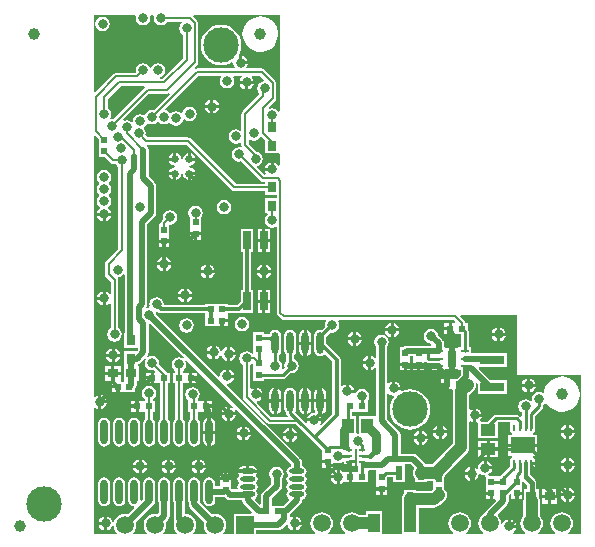
<source format=gbl>
%FSLAX25Y25*%
%MOIN*%
G70*
G01*
G75*
G04 Layer_Physical_Order=4*
G04 Layer_Color=16711680*
%ADD10O,0.00984X0.02559*%
%ADD11O,0.02559X0.00984*%
%ADD12R,0.17716X0.17716*%
%ADD13R,0.02953X0.03543*%
%ADD14R,0.05315X0.03740*%
%ADD15R,0.01575X0.01575*%
%ADD16R,0.00039X0.11811*%
%ADD17R,0.02559X0.06102*%
%ADD18R,0.03543X0.03937*%
%ADD19R,0.03937X0.01378*%
%ADD20R,0.02953X0.09449*%
%ADD21R,0.01969X0.02362*%
%ADD22R,0.02362X0.01969*%
%ADD23C,0.03937*%
%ADD24C,0.00787*%
%ADD25C,0.02000*%
%ADD26C,0.01969*%
%ADD27C,0.01181*%
%ADD28C,0.01000*%
%ADD29C,0.03937*%
%ADD30R,0.02913X0.03937*%
%ADD31R,0.03150X0.04724*%
%ADD32R,0.05079X0.19193*%
%ADD33R,0.03937X0.36142*%
%ADD34R,0.04764X1.00709*%
%ADD35R,0.15590X0.08583*%
%ADD36R,0.04764X0.12598*%
%ADD37R,0.05079X0.12598*%
%ADD38R,0.07992X0.01811*%
G04:AMPARAMS|DCode=39|XSize=18.11mil|YSize=66.44mil|CornerRadius=0mil|HoleSize=0mil|Usage=FLASHONLY|Rotation=124.500|XOffset=0mil|YOffset=0mil|HoleType=Round|Shape=Rectangle|*
%AMROTATEDRECTD39*
4,1,4,0.03251,0.01135,-0.02225,-0.02628,-0.03251,-0.01135,0.02225,0.02628,0.03251,0.01135,0.0*
%
%ADD39ROTATEDRECTD39*%

%ADD40R,0.03500X0.06000*%
%ADD41R,0.04000X0.03870*%
%ADD42R,0.04000X0.03709*%
%ADD43C,0.05906*%
%ADD44R,0.05906X0.05906*%
%ADD45C,0.11811*%
%ADD46C,0.02598*%
%ADD47C,0.03150*%
%ADD48R,0.02559X0.00984*%
%ADD49R,0.03150X0.05512*%
%ADD50R,0.02362X0.04528*%
%ADD51O,0.02362X0.07284*%
%ADD52R,0.03937X0.06496*%
%ADD53R,0.08268X0.05512*%
%ADD54O,0.00984X0.02362*%
%ADD55O,0.05118X0.01772*%
%ADD56R,0.01969X0.00984*%
%ADD57R,0.05118X0.03937*%
%ADD58O,0.02362X0.08071*%
%ADD59R,0.08071X0.03150*%
%ADD60R,0.03543X0.03150*%
%ADD61R,0.03937X0.05118*%
%ADD62R,0.03150X0.03543*%
%ADD63C,0.03150*%
%ADD64C,0.01575*%
G36*
X404500Y384872D02*
X404022Y384726D01*
X403703Y385203D01*
X402922Y385725D01*
X402000Y385909D01*
X401097Y385729D01*
X400861Y386170D01*
X403107Y388416D01*
X403107Y388416D01*
X403369Y388807D01*
X403460Y389268D01*
Y394244D01*
X403460Y394244D01*
X403369Y394705D01*
X403107Y395096D01*
X399352Y398851D01*
X398961Y399113D01*
X398500Y399204D01*
X398500Y399204D01*
X393671D01*
X393436Y399645D01*
X393725Y400078D01*
X393809Y400500D01*
X391500D01*
Y401000D01*
X391000D01*
Y403532D01*
X390846Y403739D01*
X391213Y404426D01*
X391596Y405688D01*
X391725Y407000D01*
X391596Y408312D01*
X391213Y409574D01*
X390592Y410736D01*
X389756Y411756D01*
X388736Y412592D01*
X387574Y413213D01*
X386312Y413596D01*
X385000Y413725D01*
X383688Y413596D01*
X382426Y413213D01*
X381264Y412592D01*
X380244Y411756D01*
X379408Y410736D01*
X378787Y409574D01*
X378404Y408312D01*
X378275Y407000D01*
X378404Y405688D01*
X378787Y404426D01*
X379408Y403264D01*
X380244Y402245D01*
X381264Y401408D01*
X382426Y400787D01*
X383688Y400404D01*
X385000Y400275D01*
X386312Y400404D01*
X387574Y400787D01*
X388709Y401394D01*
X389110Y401096D01*
X389091Y401000D01*
X389275Y400078D01*
X389564Y399645D01*
X389329Y399204D01*
X377000D01*
X376539Y399113D01*
X376479Y399073D01*
X376162Y399459D01*
X377107Y400404D01*
X377107Y400404D01*
X377264Y400639D01*
X377368Y400795D01*
X377460Y401256D01*
X377460Y401256D01*
X377460Y401256D01*
Y401256D01*
Y414244D01*
X377368Y414705D01*
X377107Y415096D01*
X375665Y416538D01*
X375856Y417000D01*
X404500D01*
Y384872D01*
D02*
G37*
G36*
X486894Y260335D02*
Y258862D01*
X485890D01*
Y255849D01*
X485815Y255668D01*
X485720Y254949D01*
Y250021D01*
X485233Y249386D01*
X484856Y248476D01*
X484728Y247500D01*
X484856Y246524D01*
X485233Y245614D01*
X485833Y244832D01*
X486300Y244474D01*
X486140Y244000D01*
X482372D01*
X482226Y244479D01*
X482703Y244797D01*
X483225Y245578D01*
X483309Y246000D01*
X481000D01*
Y246500D01*
X480500D01*
Y248809D01*
X480078Y248725D01*
X479297Y248203D01*
X478775Y247422D01*
X478749Y247292D01*
X478256Y247374D01*
X478272Y247500D01*
X478144Y248476D01*
X477767Y249386D01*
X477168Y250167D01*
X477140Y250586D01*
X480277Y253723D01*
X480669Y254309D01*
X480806Y255000D01*
Y256967D01*
X481266Y257428D01*
X481728Y257236D01*
Y255563D01*
X483000D01*
Y257531D01*
X483500D01*
Y258032D01*
X485272D01*
Y259500D01*
D01*
X485272Y259500D01*
Y259500D01*
X485272D01*
Y261304D01*
X485734Y261496D01*
X486894Y260335D01*
D02*
G37*
G36*
X367838Y390541D02*
X362588Y385291D01*
X362000Y385408D01*
X361078Y385225D01*
X360297Y384703D01*
X359775Y383922D01*
X359728Y383686D01*
X359266Y383495D01*
X358922Y383725D01*
X358000Y383909D01*
X357078Y383725D01*
X356297Y383203D01*
X355775Y382422D01*
X355592Y381500D01*
X355592Y381499D01*
X355176Y381221D01*
X354422Y381725D01*
X353500Y381908D01*
X352611Y381732D01*
X352376Y382173D01*
X360999Y390796D01*
X367000D01*
X367000Y390796D01*
X367461Y390887D01*
X367521Y390927D01*
X367838Y390541D01*
D02*
G37*
G36*
X344228Y375537D02*
Y373500D01*
D01*
X344228Y373500D01*
X344228Y373500D01*
D01*
D01*
Y373500D01*
X344228D01*
D01*
Y369563D01*
X346265D01*
X348180Y367649D01*
X348180Y367649D01*
X348414Y367492D01*
X348571Y367387D01*
X349031Y367296D01*
X349964D01*
X350297Y366797D01*
X350796Y366464D01*
Y338999D01*
X346649Y334852D01*
X346387Y334461D01*
X346296Y334000D01*
X346296Y334000D01*
Y330500D01*
X346296Y330500D01*
X346387Y330039D01*
X346649Y329648D01*
X348296Y328001D01*
Y324177D01*
X347817Y324032D01*
X347703Y324203D01*
X346922Y324725D01*
X346500Y324809D01*
Y322500D01*
Y320191D01*
X346922Y320275D01*
X347703Y320797D01*
X347817Y320968D01*
X348296Y320823D01*
Y312536D01*
X347797Y312203D01*
X347275Y311422D01*
X347092Y310500D01*
X347275Y309578D01*
X347797Y308797D01*
X348578Y308275D01*
X349500Y308091D01*
X350422Y308275D01*
X351203Y308797D01*
X351725Y309578D01*
X351908Y310500D01*
X351725Y311422D01*
X351203Y312203D01*
X350704Y312536D01*
Y328500D01*
X350704Y328500D01*
X350613Y328961D01*
X350477Y329163D01*
X350669Y329625D01*
X351422Y329775D01*
X352203Y330297D01*
X352369Y330545D01*
X352847Y330400D01*
Y311110D01*
X352638D01*
Y305992D01*
X357194D01*
Y305248D01*
X356953Y305008D01*
X352638D01*
Y299890D01*
D01*
Y299890D01*
X352610Y299862D01*
X352492D01*
Y295138D01*
X352492D01*
Y294772D01*
X352146Y294772D01*
X352146Y294772D01*
Y294772D01*
X351508D01*
Y295138D01*
X351508D01*
Y297000D01*
X346390D01*
Y295138D01*
X348563D01*
Y294772D01*
X348563D01*
Y293500D01*
X350532D01*
Y293000D01*
X351031D01*
Y291228D01*
X352146D01*
X352146Y291228D01*
Y291228D01*
X352500Y291228D01*
X352500D01*
D01*
X352854Y291228D01*
X352854Y291228D01*
Y291228D01*
X354294D01*
X354468Y291194D01*
X354643Y291228D01*
X356437D01*
Y292493D01*
X356669Y292840D01*
X356806Y293531D01*
Y295138D01*
X357610D01*
Y299862D01*
X357362D01*
Y299890D01*
X357362D01*
Y300725D01*
X357640Y300780D01*
X358226Y301171D01*
X359579Y302525D01*
X359966Y302208D01*
X359775Y301922D01*
X359592Y301000D01*
X359775Y300078D01*
X360297Y299297D01*
X361078Y298775D01*
X362000Y298591D01*
X362588Y298709D01*
X363063Y298234D01*
X362872Y297772D01*
X362531D01*
Y296000D01*
Y294228D01*
X364000D01*
Y294228D01*
D01*
X364000Y294228D01*
X364000D01*
Y294228D01*
X364796D01*
Y282358D01*
X364581Y282214D01*
X364146Y281563D01*
X363993Y280795D01*
Y275087D01*
X364146Y274319D01*
X364581Y273667D01*
X365232Y273232D01*
X366000Y273080D01*
X366768Y273232D01*
X367419Y273667D01*
X367854Y274319D01*
X368007Y275087D01*
Y280795D01*
X367854Y281563D01*
X367419Y282214D01*
X367204Y282358D01*
Y294228D01*
X367937D01*
Y297772D01*
X366894D01*
X366820Y297883D01*
X366820Y297883D01*
X364291Y300412D01*
X364408Y301000D01*
X364225Y301922D01*
X363703Y302703D01*
X362922Y303225D01*
X362000Y303409D01*
X361078Y303225D01*
X360700Y302972D01*
X360346Y303326D01*
X360669Y303809D01*
X360806Y304500D01*
Y313986D01*
X361268Y314177D01*
X372525Y302921D01*
X372208Y302534D01*
X371922Y302725D01*
X371000Y302908D01*
X370078Y302725D01*
X369297Y302203D01*
X368775Y301422D01*
X368591Y300500D01*
X368775Y299578D01*
X369297Y298797D01*
X369796Y298464D01*
Y297772D01*
X369063D01*
Y294228D01*
X369796D01*
Y282358D01*
X369581Y282214D01*
X369146Y281563D01*
X368993Y280795D01*
Y275087D01*
X369146Y274319D01*
X369581Y273667D01*
X370232Y273232D01*
X371000Y273080D01*
X371768Y273232D01*
X372419Y273667D01*
X372854Y274319D01*
X373007Y275087D01*
Y280795D01*
X372854Y281563D01*
X372419Y282214D01*
X372204Y282358D01*
Y294228D01*
X372646D01*
X372646Y294228D01*
Y294228D01*
X373000Y294228D01*
X373000D01*
D01*
X373354Y294228D01*
X373354Y294228D01*
Y294228D01*
X374468D01*
Y296000D01*
Y297772D01*
X373354D01*
X373354Y297772D01*
Y297772D01*
X373000Y297772D01*
X373000D01*
D01*
X372646Y297772D01*
X372646Y297772D01*
Y297772D01*
X372204D01*
Y298464D01*
X372703Y298797D01*
X373225Y299578D01*
X373409Y300500D01*
X373225Y301422D01*
X373034Y301708D01*
X373421Y302025D01*
X389025Y286421D01*
X388708Y286034D01*
X388422Y286225D01*
X388000Y286309D01*
Y284500D01*
X389809D01*
X389725Y284922D01*
X389534Y285208D01*
X389921Y285525D01*
X408363Y267083D01*
Y266518D01*
X407843Y266415D01*
X407290Y266045D01*
X406920Y265491D01*
X406790Y264839D01*
X406920Y264186D01*
X407290Y263632D01*
Y263486D01*
X406920Y262932D01*
X406790Y262280D01*
X406920Y261627D01*
X407290Y261073D01*
Y260927D01*
X406920Y260373D01*
X406790Y259720D01*
X406920Y259068D01*
X407290Y258514D01*
Y258368D01*
X406920Y257814D01*
X406790Y257161D01*
X406920Y256509D01*
X407290Y255955D01*
X407628Y255729D01*
X407677Y255231D01*
X405752Y253306D01*
X403968D01*
X403794Y253272D01*
X402000D01*
D01*
X402000Y253272D01*
X402000D01*
D01*
X401838Y253272D01*
Y255783D01*
X404777Y258723D01*
X404777Y258723D01*
X404777Y258723D01*
X405169Y259309D01*
X405306Y260000D01*
Y262452D01*
X405725Y263078D01*
X405908Y264000D01*
X405725Y264922D01*
X405203Y265703D01*
X404422Y266225D01*
X403500Y266408D01*
X402578Y266225D01*
X401797Y265703D01*
X401275Y264922D01*
X401091Y264000D01*
X401275Y263078D01*
X401694Y262452D01*
Y260748D01*
X398754Y257809D01*
X398363Y257223D01*
X398225Y256532D01*
X398225Y256532D01*
X398225D01*
X398225Y256532D01*
X398225D01*
Y253983D01*
X397763Y253791D01*
X396323Y255231D01*
X396372Y255729D01*
X396710Y255955D01*
X397080Y256509D01*
X397210Y257161D01*
X397080Y257814D01*
X396710Y258368D01*
Y258514D01*
X397080Y259068D01*
X397210Y259720D01*
X397080Y260373D01*
X396710Y260927D01*
Y261073D01*
X397080Y261627D01*
X397210Y262280D01*
X397080Y262932D01*
X396710Y263486D01*
Y263632D01*
X397080Y264186D01*
X397111Y264339D01*
X390551D01*
X390581Y264186D01*
X390951Y263632D01*
Y263486D01*
X390581Y262932D01*
X390452Y262280D01*
X390581Y261627D01*
X390951Y261073D01*
Y260927D01*
X390581Y260373D01*
X390452Y259720D01*
X390544Y259256D01*
X390227Y258869D01*
X388717D01*
X388272Y259314D01*
Y260146D01*
X388272Y260146D01*
X388272D01*
X388272Y260500D01*
Y260500D01*
D01*
X388272Y260854D01*
X388272Y260854D01*
X388272D01*
Y261968D01*
X384728D01*
Y260854D01*
X384728Y260854D01*
X384728D01*
X384728Y260500D01*
Y260500D01*
D01*
Y260219D01*
X384375Y259865D01*
X383007D01*
Y260913D01*
X382854Y261682D01*
X382419Y262333D01*
X381768Y262768D01*
X381000Y262920D01*
X380232Y262768D01*
X379581Y262333D01*
X379146Y261682D01*
X378993Y260913D01*
Y255205D01*
X379146Y254437D01*
X379581Y253785D01*
X380232Y253350D01*
X381000Y253198D01*
X381768Y253350D01*
X382419Y253785D01*
X382854Y254437D01*
X383007Y255205D01*
Y256253D01*
X386028D01*
X386192Y256285D01*
X386691Y255786D01*
X387277Y255394D01*
X387968Y255257D01*
X391937D01*
X392024Y255169D01*
X392024Y255169D01*
D01*
X392162Y254478D01*
X392553Y253892D01*
X395243Y251202D01*
X395052Y250740D01*
X389260D01*
Y244000D01*
X385978D01*
X385756Y244448D01*
X386267Y245114D01*
X386644Y246024D01*
X386772Y247000D01*
X386644Y247976D01*
X386267Y248886D01*
X385667Y249668D01*
X384886Y250267D01*
X383976Y250644D01*
X383000Y250772D01*
X382024Y250644D01*
X381960Y250618D01*
X377902Y254676D01*
X378007Y255205D01*
Y260913D01*
X377854Y261682D01*
X377419Y262333D01*
X376768Y262768D01*
X376000Y262920D01*
X375232Y262768D01*
X374581Y262333D01*
X374146Y261682D01*
X373993Y260913D01*
Y255205D01*
X374146Y254437D01*
X374178Y254389D01*
Y254000D01*
X374178Y254000D01*
X374316Y253303D01*
X374711Y252711D01*
X379382Y248040D01*
X379356Y247976D01*
X379228Y247000D01*
X379356Y246024D01*
X379733Y245114D01*
X380243Y244448D01*
X380022Y244000D01*
X375978D01*
X375757Y244448D01*
X376267Y245114D01*
X376644Y246024D01*
X376772Y247000D01*
X376644Y247976D01*
X376267Y248886D01*
X375668Y249668D01*
X374886Y250267D01*
X373976Y250644D01*
X373000Y250772D01*
X372822Y250928D01*
Y254389D01*
X372854Y254437D01*
X373007Y255205D01*
Y260913D01*
X372854Y261682D01*
X372419Y262333D01*
X371768Y262768D01*
X371000Y262920D01*
X370232Y262768D01*
X369581Y262333D01*
X369146Y261682D01*
X368993Y260913D01*
Y255205D01*
X369146Y254437D01*
X369178Y254389D01*
Y249000D01*
X369178Y249000D01*
X369316Y248303D01*
X369424Y248141D01*
X369356Y247976D01*
X369228Y247000D01*
X369356Y246024D01*
X369733Y245114D01*
X370244Y244448D01*
X370022Y244000D01*
X365978D01*
X365757Y244448D01*
X366267Y245114D01*
X366644Y246024D01*
X366772Y247000D01*
X366644Y247976D01*
X366617Y248040D01*
X367289Y248711D01*
X367684Y249303D01*
X367822Y250000D01*
X367822Y250000D01*
Y254389D01*
X367854Y254437D01*
X368007Y255205D01*
Y260913D01*
X367854Y261682D01*
X367419Y262333D01*
X366768Y262768D01*
X366000Y262920D01*
X365232Y262768D01*
X364581Y262333D01*
X364146Y261682D01*
X363993Y260913D01*
Y255205D01*
X364146Y254437D01*
X364178Y254389D01*
Y251130D01*
X364091Y250921D01*
X363802Y250667D01*
X363000Y250772D01*
X362024Y250644D01*
X361114Y250267D01*
X360332Y249668D01*
X359733Y248886D01*
X359356Y247976D01*
X359228Y247000D01*
X359356Y246024D01*
X359733Y245114D01*
X360244Y244448D01*
X360022Y244000D01*
X355978D01*
X355756Y244448D01*
X356267Y245114D01*
X356644Y246024D01*
X356772Y247000D01*
X356644Y247976D01*
X356617Y248040D01*
X362249Y253672D01*
X362419Y253785D01*
X362854Y254437D01*
X363007Y255205D01*
Y260913D01*
X362854Y261682D01*
X362419Y262333D01*
X361768Y262768D01*
X361000Y262920D01*
X360232Y262768D01*
X359581Y262333D01*
X359146Y261682D01*
X358993Y260913D01*
Y255570D01*
X358524Y255102D01*
X358160Y255174D01*
X358007Y255238D01*
Y260913D01*
X357854Y261682D01*
X357419Y262333D01*
X356768Y262768D01*
X356000Y262920D01*
X355232Y262768D01*
X354581Y262333D01*
X354146Y261682D01*
X353993Y260913D01*
Y255205D01*
X354146Y254437D01*
X354581Y253785D01*
X355232Y253350D01*
X355997Y253198D01*
X356005Y253173D01*
X356103Y252680D01*
X354040Y250618D01*
X353976Y250644D01*
X353000Y250772D01*
X352024Y250644D01*
X351114Y250267D01*
X350332Y249668D01*
X349733Y248886D01*
X349356Y247976D01*
X349340Y247857D01*
X348841Y247841D01*
X348725Y248422D01*
X348203Y249203D01*
X347422Y249725D01*
X347000Y249809D01*
Y247500D01*
Y245191D01*
X347422Y245275D01*
X348203Y245797D01*
X348725Y246578D01*
X348762Y246761D01*
X349261Y246745D01*
X349356Y246024D01*
X349733Y245114D01*
X350243Y244448D01*
X350022Y244000D01*
X342500D01*
Y285965D01*
X342941Y286201D01*
X343578Y285775D01*
X344000Y285691D01*
Y288000D01*
Y290309D01*
X343578Y290225D01*
X342941Y289799D01*
X342500Y290035D01*
Y376612D01*
X342962Y376803D01*
X344228Y375537D01*
D02*
G37*
G36*
X399638Y375194D02*
Y370890D01*
X404362D01*
D01*
X404362D01*
X404500Y370752D01*
Y366872D01*
X404022Y366726D01*
X403703Y367203D01*
X402922Y367725D01*
X402500Y367809D01*
Y365500D01*
X402000D01*
Y365000D01*
X399691D01*
X399775Y364578D01*
X400062Y364149D01*
X399908Y363863D01*
X399414Y363789D01*
X396968Y366235D01*
X397113Y366714D01*
X397422Y366775D01*
X398203Y367297D01*
X398725Y368078D01*
X398908Y369000D01*
X398725Y369922D01*
X398203Y370703D01*
X397422Y371225D01*
X396996Y371310D01*
X394204Y374101D01*
Y375328D01*
X394645Y375564D01*
X395078Y375275D01*
X396000Y375092D01*
X396922Y375275D01*
X397703Y375797D01*
X398017Y376267D01*
X398515Y376316D01*
X399638Y375194D01*
D02*
G37*
G36*
X359583Y392950D02*
X359631Y392834D01*
X349088Y382291D01*
X348500Y382408D01*
X348308Y382370D01*
X348030Y382786D01*
X348225Y383078D01*
X348409Y384000D01*
X348225Y384922D01*
X347703Y385703D01*
X347204Y386036D01*
Y389001D01*
X351499Y393296D01*
X359352D01*
X359583Y392950D01*
D02*
G37*
G36*
X463122Y314674D02*
X462931Y314213D01*
X461894D01*
Y312441D01*
Y310669D01*
X463009D01*
X463009Y310669D01*
Y310669D01*
X463362Y310669D01*
X463362D01*
D01*
X463716Y310669D01*
X463716Y310669D01*
Y310669D01*
X464849D01*
Y306279D01*
X464094D01*
Y305984D01*
X462331D01*
Y302441D01*
Y298898D01*
X464094D01*
Y298602D01*
X464949D01*
Y297137D01*
X463525Y295713D01*
X462362D01*
D01*
X462362Y295713D01*
X462362D01*
Y295713D01*
D01*
X460894D01*
Y293941D01*
Y292169D01*
X461929D01*
X462259Y291793D01*
X462258Y291785D01*
X462220Y291500D01*
Y274010D01*
X455419Y267209D01*
X453709D01*
Y267480D01*
X453055D01*
X453017Y267537D01*
X450277Y270277D01*
X449691Y270669D01*
X449000Y270806D01*
X444806D01*
Y277000D01*
X444669Y277691D01*
X444277Y278277D01*
X440306Y282248D01*
Y290670D01*
X440785Y290815D01*
X440797Y290797D01*
X441578Y290275D01*
X442500Y290091D01*
X442501Y290092D01*
X442758Y289663D01*
X442408Y289236D01*
X441787Y288074D01*
X441404Y286812D01*
X441275Y285500D01*
X441404Y284188D01*
X441787Y282926D01*
X442408Y281764D01*
X443245Y280745D01*
X444264Y279908D01*
X445426Y279287D01*
X446688Y278904D01*
X448000Y278775D01*
X449312Y278904D01*
X450574Y279287D01*
X451736Y279908D01*
X452755Y280745D01*
X453592Y281764D01*
X454213Y282926D01*
X454596Y284188D01*
X454725Y285500D01*
X454596Y286812D01*
X454213Y288074D01*
X453592Y289236D01*
X452755Y290255D01*
X451736Y291092D01*
X450574Y291713D01*
X449312Y292096D01*
X448000Y292225D01*
X446688Y292096D01*
X445426Y291713D01*
X445188Y291586D01*
X444786Y291883D01*
X444809Y292000D01*
X442500D01*
Y292500D01*
X442000D01*
Y294809D01*
X441578Y294725D01*
X440797Y294203D01*
X440785Y294185D01*
X440306Y294330D01*
Y306452D01*
X440725Y307078D01*
X440908Y308000D01*
X440725Y308922D01*
X440203Y309703D01*
X439422Y310225D01*
X438500Y310408D01*
X437578Y310225D01*
X436797Y309703D01*
X436275Y308922D01*
X436092Y308000D01*
X436275Y307078D01*
X436694Y306452D01*
Y302830D01*
X436215Y302685D01*
X436203Y302703D01*
X435422Y303225D01*
X435000Y303309D01*
Y301000D01*
Y298691D01*
X435422Y298775D01*
X436203Y299297D01*
X436215Y299315D01*
X436694Y299170D01*
Y283347D01*
X436406D01*
Y283347D01*
X430894D01*
Y277724D01*
X430507Y277407D01*
X430500Y277409D01*
X430493Y277407D01*
X430106Y277724D01*
Y283347D01*
X428663D01*
Y284728D01*
X429646D01*
X429646Y284728D01*
Y284728D01*
X430000Y284728D01*
X430000D01*
D01*
X430354Y284728D01*
X430354Y284728D01*
Y284728D01*
X433937D01*
Y288272D01*
X433937Y288272D01*
X433937D01*
X433821Y288489D01*
X434194Y289047D01*
X434377Y289968D01*
X434194Y290890D01*
X433672Y291672D01*
X432890Y292194D01*
X431968Y292377D01*
X431047Y292194D01*
X430266Y291672D01*
X429806Y290984D01*
X429766Y291000D01*
X427000D01*
Y291500D01*
X426500D01*
Y293809D01*
X426078Y293725D01*
X425346Y293236D01*
X424905Y293472D01*
Y302146D01*
X424798Y302683D01*
X424494Y303139D01*
X420007Y307626D01*
Y309520D01*
X421648Y311161D01*
X422000Y311091D01*
X422922Y311275D01*
X423703Y311797D01*
X424225Y312578D01*
X424408Y313500D01*
X424225Y314422D01*
X423936Y314855D01*
X424171Y315296D01*
X462501D01*
X463122Y314674D01*
D02*
G37*
G36*
X399449Y395348D02*
X399304Y394869D01*
X398578Y394725D01*
X397797Y394203D01*
X397275Y393422D01*
X397092Y392500D01*
X397275Y391578D01*
X397796Y390799D01*
Y390499D01*
X392148Y384852D01*
X391887Y384461D01*
X391796Y384000D01*
X391796Y384000D01*
Y378671D01*
X391355Y378436D01*
X390922Y378725D01*
X390000Y378908D01*
X389078Y378725D01*
X388297Y378203D01*
X387775Y377422D01*
X387592Y376500D01*
X387775Y375578D01*
X388297Y374797D01*
X389078Y374275D01*
X390000Y374092D01*
X390922Y374275D01*
X391355Y374564D01*
X391796Y374328D01*
Y373603D01*
X391796Y373603D01*
X391884Y373156D01*
X391834Y373106D01*
X391415Y372826D01*
X391000Y372908D01*
X390078Y372725D01*
X389297Y372203D01*
X388775Y371422D01*
X388592Y370500D01*
X388775Y369578D01*
X389297Y368797D01*
X390078Y368275D01*
X391000Y368092D01*
X391588Y368209D01*
X398145Y361652D01*
X398145Y361652D01*
X398535Y361391D01*
X398996Y361300D01*
X398996Y361300D01*
X399638D01*
Y360755D01*
X389948D01*
X374851Y375851D01*
X374461Y376113D01*
X374000Y376204D01*
X374000Y376204D01*
X360499D01*
X359791Y376912D01*
X359909Y377500D01*
X359725Y378422D01*
X359279Y379089D01*
X359377Y379579D01*
X359703Y379797D01*
X360225Y380578D01*
X360272Y380814D01*
X360734Y381005D01*
X361078Y380775D01*
X362000Y380592D01*
X362922Y380775D01*
X363703Y381297D01*
X363750Y381367D01*
X364250D01*
X364297Y381297D01*
X365078Y380775D01*
X366000Y380592D01*
X366922Y380775D01*
X367589Y381221D01*
X368079Y381123D01*
X368297Y380797D01*
X369078Y380275D01*
X370000Y380092D01*
X370922Y380275D01*
X371703Y380797D01*
X372225Y381578D01*
X372302Y381966D01*
X372797Y382297D01*
X373578Y381775D01*
X374500Y381592D01*
X375422Y381775D01*
X376203Y382297D01*
X376725Y383078D01*
X376908Y384000D01*
X376725Y384922D01*
X376203Y385703D01*
X375422Y386225D01*
X374500Y386408D01*
X373578Y386225D01*
X372797Y385703D01*
X372275Y384922D01*
X372198Y384534D01*
X371703Y384203D01*
X370922Y384725D01*
X370000Y384909D01*
X369078Y384725D01*
X368411Y384279D01*
X367921Y384377D01*
X367703Y384703D01*
X366922Y385225D01*
X366613Y385286D01*
X366468Y385765D01*
X377499Y396796D01*
X384828D01*
X385064Y396355D01*
X384775Y395922D01*
X384592Y395000D01*
X384775Y394078D01*
X385297Y393297D01*
X386078Y392775D01*
X387000Y392592D01*
X387922Y392775D01*
X388703Y393297D01*
X389225Y394078D01*
X389408Y395000D01*
X389225Y395922D01*
X388936Y396355D01*
X389172Y396796D01*
X391823D01*
X391968Y396317D01*
X391797Y396203D01*
X391275Y395422D01*
X391191Y395000D01*
X395809D01*
X395725Y395422D01*
X395203Y396203D01*
X395032Y396317D01*
X395177Y396796D01*
X398001D01*
X399449Y395348D01*
D02*
G37*
G36*
X483500Y297000D02*
X505000D01*
Y244000D01*
X500860D01*
X500700Y244474D01*
X501167Y244832D01*
X501767Y245614D01*
X502144Y246524D01*
X502272Y247500D01*
X502144Y248476D01*
X501767Y249386D01*
X501167Y250167D01*
X500386Y250767D01*
X499476Y251144D01*
X498500Y251272D01*
X497524Y251144D01*
X496614Y250767D01*
X495832Y250167D01*
X495233Y249386D01*
X494856Y248476D01*
X494728Y247500D01*
X494856Y246524D01*
X495233Y245614D01*
X495832Y244832D01*
X496300Y244474D01*
X496140Y244000D01*
X490860D01*
X490700Y244474D01*
X491167Y244832D01*
X491767Y245614D01*
X492144Y246524D01*
X492272Y247500D01*
X492144Y248476D01*
X491767Y249386D01*
X491280Y250021D01*
Y254949D01*
X491185Y255668D01*
X491008Y256096D01*
Y258862D01*
X490106D01*
Y261000D01*
X489983Y261614D01*
X489635Y262135D01*
X487889Y263881D01*
Y265319D01*
X487953Y265371D01*
Y267595D01*
X488453D01*
Y268094D01*
X489757D01*
Y268284D01*
X489658Y268783D01*
X489375Y269206D01*
X488968Y269478D01*
X489113Y269957D01*
X490421D01*
Y273000D01*
X480579D01*
Y269957D01*
X481887D01*
X482032Y269478D01*
X481625Y269206D01*
X481342Y268783D01*
X481243Y268284D01*
Y267635D01*
X481235Y267595D01*
Y266591D01*
X478081Y263437D01*
X477228D01*
D01*
D01*
X477228Y263437D01*
X476772Y263437D01*
Y263437D01*
X474277D01*
X474132Y263915D01*
X474703Y264297D01*
X475225Y265078D01*
X475309Y265500D01*
X473000D01*
Y266000D01*
X472500D01*
Y268309D01*
X472078Y268225D01*
X471297Y267703D01*
X470775Y266922D01*
X470591Y266000D01*
X470592Y265999D01*
X470176Y265721D01*
X469422Y266225D01*
X469000Y266309D01*
Y264000D01*
Y261691D01*
X469422Y261775D01*
X470203Y262297D01*
X470725Y263078D01*
X470908Y264000D01*
X470908Y264001D01*
X471324Y264279D01*
X472078Y263775D01*
X473000Y263592D01*
X473228Y262443D01*
Y259854D01*
X473228Y259854D01*
X473228D01*
X473228Y259500D01*
Y259500D01*
D01*
X473228Y259146D01*
X473228Y259146D01*
X473228D01*
Y258032D01*
X475000D01*
Y257531D01*
X475500D01*
Y255563D01*
X476355D01*
X476546Y255101D01*
X473223Y251777D01*
X472831Y251191D01*
X472759Y250827D01*
X472614Y250767D01*
X471833Y250167D01*
X471233Y249386D01*
X470856Y248476D01*
X470728Y247500D01*
X470856Y246524D01*
X471233Y245614D01*
X471833Y244832D01*
X472300Y244474D01*
X472140Y244000D01*
X466860D01*
X466700Y244474D01*
X467168Y244832D01*
X467767Y245614D01*
X468144Y246524D01*
X468272Y247500D01*
X468144Y248476D01*
X467767Y249386D01*
X467168Y250167D01*
X466386Y250767D01*
X465476Y251144D01*
X464500Y251272D01*
X463524Y251144D01*
X462614Y250767D01*
X461833Y250167D01*
X461233Y249386D01*
X460856Y248476D01*
X460728Y247500D01*
X460856Y246524D01*
X461233Y245614D01*
X461833Y244832D01*
X462300Y244474D01*
X462140Y244000D01*
X450858D01*
Y247319D01*
X450882Y247500D01*
Y252791D01*
X456071D01*
X456790Y252886D01*
X457461Y253164D01*
X458036Y253605D01*
X458036Y253605D01*
X458036Y253605D01*
X459466Y255034D01*
X459907Y255610D01*
X460185Y256281D01*
X460280Y257000D01*
X460185Y257719D01*
X459907Y258390D01*
X459466Y258965D01*
X459272Y259114D01*
Y260500D01*
D01*
Y260500D01*
X459272Y260500D01*
Y260500D01*
X459272D01*
X459272D01*
Y262433D01*
X459407Y262610D01*
X459685Y263281D01*
X459735Y263662D01*
X466965Y270893D01*
X467407Y271468D01*
X467685Y272139D01*
X467780Y272858D01*
X467780Y272858D01*
X467780Y272858D01*
Y272858D01*
Y281278D01*
X468221Y281514D01*
X468578Y281275D01*
X469000Y281191D01*
Y283500D01*
Y285809D01*
X468578Y285725D01*
X468221Y285486D01*
X467780Y285722D01*
Y290349D01*
X469215Y291785D01*
X469657Y292360D01*
X469935Y293031D01*
X470030Y293750D01*
X469958Y294295D01*
X470115Y294373D01*
X470539Y294109D01*
Y290551D01*
X480185D01*
Y295276D01*
X474802D01*
X470933Y299144D01*
X471124Y299606D01*
X480185D01*
Y304331D01*
X470539D01*
Y304263D01*
X468228D01*
Y306279D01*
X467474D01*
Y311610D01*
X467374Y312112D01*
X467299Y312225D01*
Y314213D01*
X466526D01*
X466443Y314630D01*
X466339Y314787D01*
X466182Y315021D01*
X466182Y315021D01*
X464665Y316538D01*
X464856Y317000D01*
X483500D01*
Y297000D01*
D02*
G37*
G36*
X388597Y358700D02*
X388597D01*
X388597Y358700D01*
X388597D01*
X388597Y358700D01*
Y358700D01*
X388597Y358700D01*
Y358700D01*
X388988Y358439D01*
X389449Y358347D01*
X399638D01*
Y356992D01*
X403552D01*
Y356008D01*
X399638D01*
Y350890D01*
X400463D01*
X400609Y350411D01*
X400297Y350203D01*
X399775Y349422D01*
X399591Y348500D01*
X399775Y347578D01*
X400297Y346797D01*
X401078Y346275D01*
X402000Y346092D01*
X402922Y346275D01*
X403111Y346401D01*
X403552Y346165D01*
Y317744D01*
X403552Y317744D01*
X403643Y317283D01*
X403904Y316893D01*
X405149Y315649D01*
X405539Y315387D01*
X406000Y315296D01*
X406000Y315296D01*
X419829D01*
X420064Y314855D01*
X419775Y314422D01*
X419592Y313500D01*
X419662Y313148D01*
X418523Y312009D01*
X418000Y312113D01*
X417232Y311961D01*
X416581Y311526D01*
X416146Y310874D01*
X415993Y310106D01*
Y305185D01*
X416146Y304417D01*
X416581Y303766D01*
X417232Y303331D01*
X418000Y303178D01*
X418768Y303331D01*
X419419Y303766D01*
X419850Y303808D01*
X422095Y301564D01*
Y284082D01*
X418284Y280271D01*
X417898Y280588D01*
X418225Y281078D01*
X418309Y281500D01*
X413691D01*
X413738Y281263D01*
X413297Y281028D01*
X412725Y281600D01*
X412462Y281993D01*
X411728Y282728D01*
X411334Y282991D01*
X409592Y284733D01*
X409854Y285126D01*
X410007Y285894D01*
Y290815D01*
X409854Y291583D01*
X409419Y292234D01*
X408768Y292669D01*
X408000Y292822D01*
X407232Y292669D01*
X406581Y292234D01*
X406146Y291583D01*
X405993Y290815D01*
Y285894D01*
X406146Y285126D01*
X406581Y284474D01*
X406702Y284393D01*
X406787Y283966D01*
X407072Y283540D01*
X407212Y283400D01*
X407020Y282939D01*
X401765D01*
X396968Y287735D01*
X397113Y288213D01*
X397422Y288275D01*
X398203Y288797D01*
X398725Y289578D01*
X398809Y290000D01*
X396500D01*
Y290500D01*
X396000D01*
Y292809D01*
X395578Y292725D01*
X395145Y292436D01*
X394704Y292671D01*
Y300464D01*
X395203Y300797D01*
X395250Y300867D01*
X395728Y300722D01*
Y299354D01*
X395728Y299354D01*
X395728D01*
X395728Y299000D01*
Y299000D01*
D01*
X395728Y298646D01*
X395728Y298646D01*
X395728D01*
Y295063D01*
X399272D01*
Y295719D01*
X405532D01*
X406034Y295819D01*
X406460Y296103D01*
X406460Y296103D01*
X406460Y296103D01*
X408039Y297683D01*
X408500Y297591D01*
X409422Y297775D01*
X410203Y298297D01*
X410725Y299078D01*
X410909Y300000D01*
X410725Y300922D01*
X410203Y301703D01*
X409422Y302225D01*
X409313Y302247D01*
Y303695D01*
X409419Y303766D01*
X409854Y304417D01*
X410007Y305185D01*
Y310106D01*
X409854Y310874D01*
X409419Y311526D01*
X408768Y311961D01*
X408000Y312113D01*
X407232Y311961D01*
X406581Y311526D01*
X406146Y310874D01*
X405993Y310106D01*
Y305185D01*
X406146Y304417D01*
X406581Y303766D01*
X406687Y303695D01*
Y301539D01*
X406275Y300922D01*
X406091Y300000D01*
X406183Y299539D01*
X405711Y299067D01*
X405270Y299303D01*
X405408Y300000D01*
X405225Y300922D01*
X404703Y301703D01*
X404313Y301964D01*
Y303695D01*
X404419Y303766D01*
X404854Y304417D01*
X405007Y305185D01*
Y310106D01*
X404854Y310874D01*
X404419Y311526D01*
X403768Y311961D01*
X403000Y312113D01*
X402232Y311961D01*
X401581Y311526D01*
X401146Y310874D01*
X401127Y310781D01*
X399272D01*
Y311437D01*
X395728D01*
Y307854D01*
X395728Y307854D01*
X395728D01*
X395728Y307500D01*
Y307500D01*
D01*
X395728Y307146D01*
X395728Y307146D01*
X395728D01*
Y304278D01*
X395250Y304133D01*
X395203Y304203D01*
X394422Y304725D01*
X393500Y304908D01*
X392578Y304725D01*
X391797Y304203D01*
X391275Y303422D01*
X391091Y302500D01*
X391275Y301578D01*
X391797Y300797D01*
X392296Y300464D01*
Y289500D01*
X392296Y289500D01*
X392387Y289039D01*
X392649Y288649D01*
X400414Y280883D01*
X400414Y280883D01*
X400805Y280622D01*
X401266Y280530D01*
X409952D01*
X410475Y280007D01*
X410869Y279744D01*
X414978Y275634D01*
X415241Y275241D01*
X415634Y274978D01*
X418728Y271884D01*
Y270000D01*
D01*
X418728Y270000D01*
X418728Y270000D01*
D01*
D01*
Y270000D01*
X418728D01*
D01*
Y268531D01*
X420500D01*
Y268032D01*
X421000D01*
Y266063D01*
X422272D01*
Y267783D01*
X422713Y268019D01*
X423078Y267775D01*
X424000Y267592D01*
X424922Y267775D01*
X425563Y268203D01*
X426004Y267968D01*
Y266752D01*
X427276D01*
Y268032D01*
X427776D01*
Y268531D01*
X429547D01*
Y268721D01*
Y270689D01*
Y272387D01*
X429883Y272662D01*
X430335Y272448D01*
Y270689D01*
Y268721D01*
Y266752D01*
X430794D01*
Y264772D01*
X430354D01*
X430354Y264772D01*
Y264772D01*
X430000Y264772D01*
X430000D01*
D01*
X429646Y264772D01*
X429646Y264772D01*
Y264772D01*
X428532D01*
Y263000D01*
Y261228D01*
X429646D01*
X429646Y261228D01*
Y261228D01*
X430000Y261228D01*
X430000D01*
D01*
X430354Y261228D01*
X430354Y261228D01*
Y261228D01*
X433937D01*
Y264772D01*
X433937D01*
Y264840D01*
X434291Y265194D01*
X436728D01*
Y264937D01*
X436728D01*
Y261354D01*
X436728Y261354D01*
X436728D01*
X436728Y261000D01*
Y261000D01*
D01*
X436728Y260646D01*
X436728Y260646D01*
X436728D01*
Y259531D01*
X440272D01*
Y260646D01*
X440272Y260646D01*
X440272D01*
X440272Y261000D01*
Y261000D01*
D01*
X440272Y261354D01*
X440272Y261354D01*
X440272D01*
Y262884D01*
X440504Y263117D01*
X442291D01*
Y261378D01*
X446228D01*
Y267194D01*
X448252D01*
X449460Y265985D01*
X449333Y265819D01*
X449055Y265149D01*
X448960Y264429D01*
X449055Y263710D01*
X449333Y263039D01*
X449772Y262468D01*
Y261378D01*
X453709D01*
Y261649D01*
X455536D01*
X455610Y261593D01*
X455728Y261544D01*
Y260500D01*
D01*
X455728Y260500D01*
X455728Y260500D01*
D01*
D01*
Y260500D01*
X455728D01*
D01*
Y259114D01*
X455535Y258965D01*
X454919Y258350D01*
X449968D01*
Y258622D01*
X446032D01*
Y257533D01*
X445593Y256961D01*
X445315Y256290D01*
X445220Y255571D01*
X445315Y254851D01*
X445323Y254833D01*
Y247500D01*
X445346Y247319D01*
Y244000D01*
X438654D01*
Y247319D01*
X438677Y247500D01*
X438654Y247681D01*
Y251535D01*
X433142D01*
Y250280D01*
X431021D01*
X430386Y250767D01*
X429476Y251144D01*
X428500Y251272D01*
X427524Y251144D01*
X426614Y250767D01*
X425833Y250167D01*
X425233Y249386D01*
X424856Y248476D01*
X424728Y247500D01*
X424856Y246524D01*
X425233Y245614D01*
X425833Y244832D01*
X426300Y244474D01*
X426140Y244000D01*
X420860D01*
X420700Y244474D01*
X421168Y244832D01*
X421767Y245614D01*
X422144Y246524D01*
X422272Y247500D01*
X422144Y248476D01*
X421767Y249386D01*
X421168Y250167D01*
X420386Y250767D01*
X419476Y251144D01*
X418500Y251272D01*
X417524Y251144D01*
X416614Y250767D01*
X415833Y250167D01*
X415233Y249386D01*
X414856Y248476D01*
X414728Y247500D01*
X414856Y246524D01*
X415233Y245614D01*
X415833Y244832D01*
X416300Y244474D01*
X416140Y244000D01*
X396740D01*
Y245194D01*
X404000D01*
X404691Y245331D01*
X405277Y245723D01*
X406710Y247156D01*
X407189Y247011D01*
X407275Y246578D01*
X407797Y245797D01*
X408578Y245275D01*
X409000Y245191D01*
Y247500D01*
Y249809D01*
X408578Y249725D01*
X408247Y249504D01*
X407806Y249740D01*
Y250252D01*
X411447Y253892D01*
X411838Y254478D01*
X411976Y255169D01*
X411976Y255169D01*
D01*
D01*
D01*
X412495Y255585D01*
X412495D01*
X412495Y255585D01*
X413049Y255955D01*
X413419Y256509D01*
X413549Y257161D01*
X413419Y257814D01*
X413049Y258368D01*
Y258514D01*
X413419Y259068D01*
X413549Y259720D01*
X413419Y260373D01*
X413049Y260927D01*
Y261073D01*
X413419Y261627D01*
X413549Y262280D01*
X413419Y262932D01*
X413049Y263486D01*
Y263632D01*
X413419Y264186D01*
X413549Y264839D01*
X413419Y265491D01*
X413049Y266045D01*
X412495Y266415D01*
X411976Y266518D01*
Y267831D01*
X411838Y268522D01*
X411447Y269108D01*
X386927Y293627D01*
X387072Y294106D01*
X387922Y294275D01*
X388703Y294797D01*
X389225Y295578D01*
X389309Y296000D01*
X387000D01*
Y296500D01*
X386500D01*
Y298809D01*
X386078Y298725D01*
X385297Y298203D01*
X384775Y297422D01*
X384606Y296572D01*
X384127Y296427D01*
X363372Y317182D01*
X363346Y317316D01*
X363467Y317923D01*
X363945Y318068D01*
X364006Y318007D01*
X364462Y317702D01*
X365000Y317595D01*
X379563D01*
X379563Y317228D01*
X379563D01*
D01*
Y316772D01*
X379563D01*
Y313228D01*
X383146D01*
X383146Y313228D01*
Y313228D01*
X383500Y313228D01*
X383500D01*
D01*
X383854Y313228D01*
X383854Y313228D01*
Y313228D01*
X384968D01*
Y315000D01*
X385469D01*
Y315500D01*
X387437D01*
Y316772D01*
D01*
Y316772D01*
X387437Y316772D01*
X387437Y317228D01*
D01*
X387437Y317595D01*
X390988D01*
X391526Y317702D01*
X391553Y317721D01*
X395614D01*
Y325398D01*
X394952D01*
Y337996D01*
X395614D01*
Y345673D01*
X391480D01*
Y337996D01*
X392142D01*
Y325398D01*
X391480D01*
Y321479D01*
X390406Y320405D01*
X387437D01*
Y320772D01*
X383854D01*
X383854Y320772D01*
Y320772D01*
X383500Y320772D01*
X383500D01*
D01*
X383146Y320772D01*
X383146Y320772D01*
Y320772D01*
X379563D01*
Y320405D01*
X365986D01*
X365909Y320500D01*
X365725Y321422D01*
X365203Y322203D01*
X364422Y322725D01*
X363500Y322908D01*
X362578Y322725D01*
X361797Y322203D01*
X361275Y321422D01*
X361091Y320500D01*
X361154Y320184D01*
X361000Y319408D01*
X360313Y319272D01*
X360035Y319688D01*
X360169Y319888D01*
X360306Y320579D01*
Y347252D01*
X362777Y349723D01*
X363169Y350309D01*
X363306Y351000D01*
X363306Y351000D01*
X363306Y351000D01*
Y351000D01*
Y360000D01*
X363169Y360691D01*
X362777Y361277D01*
X360806Y363248D01*
Y372103D01*
X360669Y372794D01*
X360294Y373355D01*
X360428Y373605D01*
X360555Y373796D01*
X373501D01*
X388597Y358700D01*
D02*
G37*
G36*
X362714Y416613D02*
X362592Y416000D01*
X362775Y415078D01*
X363297Y414297D01*
X364078Y413775D01*
X365000Y413591D01*
X365922Y413775D01*
X366703Y414297D01*
X367036Y414796D01*
X371823D01*
X371968Y414317D01*
X371797Y414203D01*
X371275Y413422D01*
X371092Y412500D01*
X371275Y411578D01*
X371797Y410797D01*
X372296Y410464D01*
Y402499D01*
X365501Y395704D01*
X364604D01*
X364555Y396202D01*
X364922Y396275D01*
X365703Y396797D01*
X366225Y397578D01*
X366408Y398500D01*
X366225Y399422D01*
X365703Y400203D01*
X364922Y400725D01*
X364000Y400909D01*
X363078Y400725D01*
X362297Y400203D01*
X361775Y399422D01*
X361750Y399297D01*
X361250D01*
X361225Y399422D01*
X360703Y400203D01*
X359922Y400725D01*
X359000Y400909D01*
X358078Y400725D01*
X357297Y400203D01*
X356775Y399422D01*
X356592Y398500D01*
X356673Y398091D01*
X356356Y397704D01*
X350000D01*
X350000Y397704D01*
X349539Y397613D01*
X349149Y397352D01*
X342962Y391165D01*
X342500Y391356D01*
Y417000D01*
X356396D01*
X356714Y416613D01*
X356592Y416000D01*
X356775Y415078D01*
X357297Y414297D01*
X358078Y413775D01*
X359000Y413591D01*
X359922Y413775D01*
X360703Y414297D01*
X361225Y415078D01*
X361408Y416000D01*
X361286Y416613D01*
X361604Y417000D01*
X362396D01*
X362714Y416613D01*
D02*
G37*
%LPC*%
G36*
X500000Y277500D02*
X498191D01*
X498275Y277078D01*
X498797Y276297D01*
X499578Y275775D01*
X500000Y275691D01*
Y277500D01*
D02*
G37*
G36*
X407500Y279309D02*
X407078Y279225D01*
X406297Y278703D01*
X405775Y277922D01*
X405691Y277500D01*
X407500D01*
Y279309D01*
D02*
G37*
G36*
X451000Y278309D02*
X450578Y278225D01*
X449797Y277703D01*
X449275Y276922D01*
X449191Y276500D01*
X451000D01*
Y278309D01*
D02*
G37*
G36*
X502809Y277500D02*
X501000D01*
Y275691D01*
X501422Y275775D01*
X502203Y276297D01*
X502725Y277078D01*
X502809Y277500D01*
D02*
G37*
G36*
X452000Y278309D02*
Y276500D01*
X453809D01*
X453725Y276922D01*
X453203Y277703D01*
X452422Y278225D01*
X452000Y278309D01*
D02*
G37*
G36*
X408500Y279309D02*
Y277500D01*
X410309D01*
X410225Y277922D01*
X409703Y278703D01*
X408922Y279225D01*
X408500Y279309D01*
D02*
G37*
G36*
X381500Y282703D02*
Y278441D01*
X383007D01*
Y280795D01*
X382854Y281563D01*
X382419Y282214D01*
X381768Y282650D01*
X381500Y282703D01*
D02*
G37*
G36*
X457500Y280309D02*
X457078Y280225D01*
X456297Y279703D01*
X455775Y278922D01*
X455691Y278500D01*
X457500D01*
Y280309D01*
D02*
G37*
G36*
X458500D02*
Y278500D01*
X460309D01*
X460225Y278922D01*
X459703Y279703D01*
X458922Y280225D01*
X458500Y280309D01*
D02*
G37*
G36*
X392000Y279809D02*
X391578Y279725D01*
X390797Y279203D01*
X390275Y278422D01*
X390191Y278000D01*
X392000D01*
Y279809D01*
D02*
G37*
G36*
X393000D02*
Y278000D01*
X394809D01*
X394725Y278422D01*
X394203Y279203D01*
X393422Y279725D01*
X393000Y279809D01*
D02*
G37*
G36*
X380500Y282703D02*
X380232Y282650D01*
X379581Y282214D01*
X379146Y281563D01*
X378993Y280795D01*
Y278441D01*
X380500D01*
Y282703D01*
D02*
G37*
G36*
X383007Y277441D02*
X381500D01*
Y273179D01*
X381768Y273232D01*
X382419Y273667D01*
X382854Y274319D01*
X383007Y275087D01*
Y277441D01*
D02*
G37*
G36*
X451000Y275500D02*
X449191D01*
X449275Y275078D01*
X449797Y274297D01*
X450578Y273775D01*
X451000Y273691D01*
Y275500D01*
D02*
G37*
G36*
X453809D02*
X452000D01*
Y273691D01*
X452422Y273775D01*
X453203Y274297D01*
X453725Y275078D01*
X453809Y275500D01*
D02*
G37*
G36*
X351000Y282802D02*
X350232Y282650D01*
X349581Y282214D01*
X349146Y281563D01*
X348993Y280795D01*
Y275087D01*
X349146Y274319D01*
X349581Y273667D01*
X350232Y273232D01*
X351000Y273080D01*
X351768Y273232D01*
X352419Y273667D01*
X352854Y274319D01*
X353007Y275087D01*
Y280795D01*
X352854Y281563D01*
X352419Y282214D01*
X351768Y282650D01*
X351000Y282802D01*
D02*
G37*
G36*
X356000D02*
X355232Y282650D01*
X354581Y282214D01*
X354146Y281563D01*
X353993Y280795D01*
Y275087D01*
X354146Y274319D01*
X354581Y273667D01*
X355232Y273232D01*
X356000Y273080D01*
X356768Y273232D01*
X357419Y273667D01*
X357854Y274319D01*
X358007Y275087D01*
Y280795D01*
X357854Y281563D01*
X357419Y282214D01*
X356768Y282650D01*
X356000Y282802D01*
D02*
G37*
G36*
X380500Y277441D02*
X378993D01*
Y275087D01*
X379146Y274319D01*
X379581Y273667D01*
X380232Y273232D01*
X380500Y273179D01*
Y277441D01*
D02*
G37*
G36*
X394809Y277000D02*
X393000D01*
Y275191D01*
X393422Y275275D01*
X394203Y275797D01*
X394725Y276578D01*
X394809Y277000D01*
D02*
G37*
G36*
X457500Y277500D02*
X455691D01*
X455775Y277078D01*
X456297Y276297D01*
X457078Y275775D01*
X457500Y275691D01*
Y277500D01*
D02*
G37*
G36*
X460309D02*
X458500D01*
Y275691D01*
X458922Y275775D01*
X459703Y276297D01*
X460225Y277078D01*
X460309Y277500D01*
D02*
G37*
G36*
X407500Y276500D02*
X405691D01*
X405775Y276078D01*
X406297Y275297D01*
X407078Y274775D01*
X407500Y274691D01*
Y276500D01*
D02*
G37*
G36*
X410309D02*
X408500D01*
Y274691D01*
X408922Y274775D01*
X409703Y275297D01*
X410225Y276078D01*
X410309Y276500D01*
D02*
G37*
G36*
X392000Y277000D02*
X390191D01*
X390275Y276578D01*
X390797Y275797D01*
X391578Y275275D01*
X392000Y275191D01*
Y277000D01*
D02*
G37*
G36*
X356532Y288272D02*
X355063D01*
Y287000D01*
X356532D01*
Y288272D01*
D02*
G37*
G36*
X361000Y293408D02*
X360078Y293225D01*
X359297Y292703D01*
X358775Y291922D01*
X358592Y291000D01*
X358775Y290078D01*
X359297Y289297D01*
X359796Y288964D01*
Y288272D01*
X359354D01*
X359353Y288272D01*
Y288272D01*
X359000Y288272D01*
X359000D01*
D01*
X358646Y288272D01*
X358646Y288272D01*
Y288272D01*
X357531D01*
Y286500D01*
Y284728D01*
X358646D01*
X358646Y284728D01*
Y284728D01*
X359000Y284728D01*
X359000D01*
D01*
X359353Y284728D01*
X359354Y284728D01*
Y284728D01*
X359796D01*
Y282358D01*
X359581Y282214D01*
X359146Y281563D01*
X358993Y280795D01*
Y275087D01*
X359146Y274319D01*
X359581Y273667D01*
X360232Y273232D01*
X361000Y273080D01*
X361768Y273232D01*
X362419Y273667D01*
X362854Y274319D01*
X363007Y275087D01*
Y280795D01*
X362854Y281563D01*
X362419Y282214D01*
X362204Y282358D01*
Y284728D01*
X362937D01*
Y288272D01*
X362204D01*
Y288964D01*
X362703Y289297D01*
X363225Y290078D01*
X363408Y291000D01*
X363225Y291922D01*
X362703Y292703D01*
X361922Y293225D01*
X361000Y293408D01*
D02*
G37*
G36*
X345000Y290309D02*
Y288500D01*
X346809D01*
X346725Y288922D01*
X346203Y289703D01*
X345422Y290225D01*
X345000Y290309D01*
D02*
G37*
G36*
X356532Y286000D02*
X355063D01*
Y284728D01*
X356532D01*
Y286000D01*
D02*
G37*
G36*
X346809Y287500D02*
X345000D01*
Y285691D01*
X345422Y285775D01*
X346203Y286297D01*
X346725Y287078D01*
X346809Y287500D01*
D02*
G37*
G36*
X381937Y288272D02*
X380469D01*
Y287000D01*
X381937D01*
Y288272D01*
D02*
G37*
G36*
X402500Y292723D02*
X402232Y292669D01*
X401581Y292234D01*
X401146Y291583D01*
X400993Y290815D01*
Y288854D01*
X402500D01*
Y292723D01*
D02*
G37*
G36*
X417500D02*
X417232Y292669D01*
X416581Y292234D01*
X416146Y291583D01*
X415993Y290815D01*
Y288854D01*
X417500D01*
Y292723D01*
D02*
G37*
G36*
X418500D02*
Y288854D01*
X420007D01*
Y290815D01*
X419854Y291583D01*
X419419Y292234D01*
X418768Y292669D01*
X418500Y292723D01*
D02*
G37*
G36*
X397000Y292809D02*
Y291000D01*
X398809D01*
X398725Y291422D01*
X398203Y292203D01*
X397422Y292725D01*
X397000Y292809D01*
D02*
G37*
G36*
X403500Y292723D02*
Y288854D01*
X405007D01*
Y290815D01*
X404854Y291583D01*
X404419Y292234D01*
X403768Y292669D01*
X403500Y292723D01*
D02*
G37*
G36*
X412500D02*
X412232Y292669D01*
X411581Y292234D01*
X411146Y291583D01*
X410993Y290815D01*
Y288854D01*
X412500D01*
Y292723D01*
D02*
G37*
G36*
X413500D02*
Y288854D01*
X415007D01*
Y290815D01*
X414854Y291583D01*
X414419Y292234D01*
X413768Y292669D01*
X413500Y292723D01*
D02*
G37*
G36*
X389809Y283500D02*
X388000D01*
Y281691D01*
X388422Y281775D01*
X389203Y282297D01*
X389725Y283078D01*
X389809Y283500D01*
D02*
G37*
G36*
X402500Y287854D02*
X400993D01*
Y285894D01*
X401146Y285126D01*
X401581Y284474D01*
X402232Y284039D01*
X402500Y283986D01*
Y287854D01*
D02*
G37*
G36*
X405007D02*
X403500D01*
Y283986D01*
X403768Y284039D01*
X404419Y284474D01*
X404854Y285126D01*
X405007Y285894D01*
Y287854D01*
D02*
G37*
G36*
X500000Y280309D02*
X499578Y280225D01*
X498797Y279703D01*
X498275Y278922D01*
X498191Y278500D01*
X500000D01*
Y280309D01*
D02*
G37*
G36*
X501000D02*
Y278500D01*
X502809D01*
X502725Y278922D01*
X502203Y279703D01*
X501422Y280225D01*
X501000Y280309D01*
D02*
G37*
G36*
X387000Y283500D02*
X385191D01*
X385275Y283078D01*
X385797Y282297D01*
X386578Y281775D01*
X387000Y281691D01*
Y283500D01*
D02*
G37*
G36*
X412500Y287854D02*
X410993D01*
Y285894D01*
X411146Y285126D01*
X411581Y284474D01*
X412232Y284039D01*
X412500Y283986D01*
Y287854D01*
D02*
G37*
G36*
X387000Y286309D02*
X386578Y286225D01*
X385797Y285703D01*
X385275Y284922D01*
X385191Y284500D01*
X387000D01*
Y286309D01*
D02*
G37*
G36*
X375500Y292909D02*
X374578Y292725D01*
X373797Y292203D01*
X373275Y291422D01*
X373092Y290500D01*
X373275Y289578D01*
X373797Y288797D01*
X374063Y288619D01*
X374063Y288272D01*
X374063D01*
Y284728D01*
X374796D01*
Y282358D01*
X374581Y282214D01*
X374146Y281563D01*
X373993Y280795D01*
Y275087D01*
X374146Y274319D01*
X374581Y273667D01*
X375232Y273232D01*
X376000Y273080D01*
X376768Y273232D01*
X377419Y273667D01*
X377854Y274319D01*
X378007Y275087D01*
Y280795D01*
X377854Y281563D01*
X377419Y282214D01*
X377204Y282358D01*
Y284728D01*
X377646D01*
X377646Y284728D01*
Y284728D01*
X378000Y284728D01*
X378000D01*
D01*
X378354Y284728D01*
X378354Y284728D01*
Y284728D01*
X379468D01*
Y286500D01*
Y288272D01*
X378354D01*
X378354Y288272D01*
Y288272D01*
X378000Y288272D01*
X378000D01*
D01*
X377646Y288272D01*
X377646Y288272D01*
Y288272D01*
X377236D01*
Y288846D01*
X377725Y289578D01*
X377908Y290500D01*
X377725Y291422D01*
X377203Y292203D01*
X376422Y292725D01*
X375500Y292909D01*
D02*
G37*
G36*
X381937Y286000D02*
X380469D01*
Y284728D01*
X381937D01*
Y286000D01*
D02*
G37*
G36*
X415007Y287854D02*
X413500D01*
Y283986D01*
X413768Y284039D01*
X414419Y284474D01*
X414854Y285126D01*
X415007Y285894D01*
Y287854D01*
D02*
G37*
G36*
X470000Y285809D02*
Y284000D01*
X471809D01*
X471725Y284422D01*
X471203Y285203D01*
X470422Y285725D01*
X470000Y285809D01*
D02*
G37*
G36*
X420007Y287854D02*
X415993D01*
Y285894D01*
X416146Y285126D01*
X416358Y284808D01*
X416080Y284393D01*
X416000Y284408D01*
X415078Y284225D01*
X414297Y283703D01*
X413775Y282922D01*
X413691Y282500D01*
X418309D01*
X418225Y282922D01*
X417904Y283403D01*
X417940Y283584D01*
X418071Y283901D01*
X418768Y284039D01*
X419419Y284474D01*
X419854Y285126D01*
X420007Y285894D01*
Y287854D01*
D02*
G37*
G36*
X346000Y282802D02*
X345232Y282650D01*
X344581Y282214D01*
X344146Y281563D01*
X343993Y280795D01*
Y275087D01*
X344146Y274319D01*
X344581Y273667D01*
X345232Y273232D01*
X346000Y273080D01*
X346768Y273232D01*
X347419Y273667D01*
X347854Y274319D01*
X348007Y275087D01*
Y280795D01*
X347854Y281563D01*
X347419Y282214D01*
X346768Y282650D01*
X346000Y282802D01*
D02*
G37*
G36*
X440272Y258531D02*
X439000D01*
Y257063D01*
X440272D01*
Y258531D01*
D02*
G37*
G36*
X500000Y259309D02*
X499578Y259225D01*
X498797Y258703D01*
X498275Y257922D01*
X498191Y257500D01*
X500000D01*
Y259309D01*
D02*
G37*
G36*
X501000D02*
Y257500D01*
X502809D01*
X502725Y257922D01*
X502203Y258703D01*
X501422Y259225D01*
X501000Y259309D01*
D02*
G37*
G36*
X494051Y258862D02*
X491992D01*
Y257000D01*
X494051D01*
Y258862D01*
D02*
G37*
G36*
X497110D02*
X495051D01*
Y257000D01*
X497110D01*
Y258862D01*
D02*
G37*
G36*
X438000Y258531D02*
X436728D01*
Y257063D01*
X438000D01*
Y258531D01*
D02*
G37*
G36*
X423500Y262500D02*
X421691D01*
X421775Y262078D01*
X422297Y261297D01*
X423078Y260775D01*
X423500Y260691D01*
Y262500D01*
D02*
G37*
G36*
X388272Y264437D02*
X387000D01*
Y262968D01*
X388272D01*
Y264437D01*
D02*
G37*
G36*
X423500Y265309D02*
X423078Y265225D01*
X422297Y264703D01*
X421775Y263922D01*
X421691Y263500D01*
X423500D01*
Y265309D01*
D02*
G37*
G36*
X357500Y266000D02*
X355691D01*
X355775Y265578D01*
X356297Y264797D01*
X357078Y264275D01*
X357500Y264191D01*
Y266000D01*
D02*
G37*
G36*
X424500Y265309D02*
Y263000D01*
Y260691D01*
X424922Y260775D01*
X425703Y261297D01*
X425726Y261331D01*
X426063Y261228D01*
Y261228D01*
X426063Y261228D01*
X427531D01*
Y263000D01*
Y264772D01*
X426063D01*
X426063Y264772D01*
Y264772D01*
X425726Y264669D01*
X425703Y264703D01*
X424922Y265225D01*
X424500Y265309D01*
D02*
G37*
G36*
X468000Y263500D02*
X466191D01*
X466275Y263078D01*
X466797Y262297D01*
X467578Y261775D01*
X468000Y261691D01*
Y263500D01*
D02*
G37*
G36*
X386000Y264437D02*
X384728D01*
Y262968D01*
X386000D01*
Y264437D01*
D02*
G37*
G36*
X346000Y249809D02*
X345578Y249725D01*
X344797Y249203D01*
X344275Y248422D01*
X344191Y248000D01*
X346000D01*
Y249809D01*
D02*
G37*
G36*
X410000D02*
Y248000D01*
X411809D01*
X411725Y248422D01*
X411203Y249203D01*
X410422Y249725D01*
X410000Y249809D01*
D02*
G37*
G36*
X346000Y262920D02*
X345232Y262768D01*
X344581Y262333D01*
X344146Y261682D01*
X343993Y260913D01*
Y255205D01*
X344146Y254437D01*
X344581Y253785D01*
X345232Y253350D01*
X346000Y253198D01*
X346768Y253350D01*
X347419Y253785D01*
X347854Y254437D01*
X348007Y255205D01*
Y260913D01*
X347854Y261682D01*
X347419Y262333D01*
X346768Y262768D01*
X346000Y262920D01*
D02*
G37*
G36*
Y247000D02*
X344191D01*
X344275Y246578D01*
X344797Y245797D01*
X345578Y245275D01*
X346000Y245191D01*
Y247000D01*
D02*
G37*
G36*
X411809D02*
X410000D01*
Y245191D01*
X410422Y245275D01*
X411203Y245797D01*
X411725Y246578D01*
X411809Y247000D01*
D02*
G37*
G36*
X481500Y248809D02*
Y247000D01*
X483309D01*
X483225Y247422D01*
X482703Y248203D01*
X481922Y248725D01*
X481500Y248809D01*
D02*
G37*
G36*
X351000Y262920D02*
X350232Y262768D01*
X349581Y262333D01*
X349146Y261682D01*
X348993Y260913D01*
Y255205D01*
X349146Y254437D01*
X349581Y253785D01*
X350232Y253350D01*
X351000Y253198D01*
X351768Y253350D01*
X352419Y253785D01*
X352854Y254437D01*
X353007Y255205D01*
Y260913D01*
X352854Y261682D01*
X352419Y262333D01*
X351768Y262768D01*
X351000Y262920D01*
D02*
G37*
G36*
X502809Y256500D02*
X501000D01*
Y254691D01*
X501422Y254775D01*
X502203Y255297D01*
X502725Y256078D01*
X502809Y256500D01*
D02*
G37*
G36*
X474500Y257031D02*
X473228D01*
Y255563D01*
X474500D01*
Y257031D01*
D02*
G37*
G36*
X485272D02*
X484000D01*
Y255563D01*
X485272D01*
Y257031D01*
D02*
G37*
G36*
X494051Y256000D02*
X491992D01*
Y254138D01*
X494051D01*
Y256000D01*
D02*
G37*
G36*
X497110D02*
X495051D01*
Y254138D01*
X497110D01*
Y256000D01*
D02*
G37*
G36*
X500000Y256500D02*
X498191D01*
X498275Y256078D01*
X498797Y255297D01*
X499578Y254775D01*
X500000Y254691D01*
Y256500D01*
D02*
G37*
G36*
X367000Y268809D02*
X366578Y268725D01*
X365797Y268203D01*
X365275Y267422D01*
X365191Y267000D01*
X367000D01*
Y268809D01*
D02*
G37*
G36*
X368000D02*
Y267000D01*
X369809D01*
X369725Y267422D01*
X369203Y268203D01*
X368422Y268725D01*
X368000Y268809D01*
D02*
G37*
G36*
X377000D02*
X376578Y268725D01*
X375797Y268203D01*
X375275Y267422D01*
X375191Y267000D01*
X377000D01*
Y268809D01*
D02*
G37*
G36*
X429547Y267531D02*
X428276D01*
Y266752D01*
X429547D01*
Y267531D01*
D02*
G37*
G36*
X357500Y268809D02*
X357078Y268725D01*
X356297Y268203D01*
X355775Y267422D01*
X355691Y267000D01*
X357500D01*
Y268809D01*
D02*
G37*
G36*
X358500D02*
Y267000D01*
X360309D01*
X360225Y267422D01*
X359703Y268203D01*
X358922Y268725D01*
X358500Y268809D01*
D02*
G37*
G36*
X378000D02*
Y267000D01*
X379809D01*
X379725Y267422D01*
X379203Y268203D01*
X378422Y268725D01*
X378000Y268809D01*
D02*
G37*
G36*
X477347Y271850D02*
X474500D01*
Y269595D01*
X477347D01*
Y271850D01*
D02*
G37*
G36*
X473500Y275106D02*
X470653D01*
Y272850D01*
X473500D01*
Y275106D01*
D02*
G37*
G36*
X477347D02*
X474500D01*
Y272850D01*
X477347D01*
Y275106D01*
D02*
G37*
G36*
X500000Y269309D02*
X499578Y269225D01*
X498797Y268703D01*
X498275Y267922D01*
X498191Y267500D01*
X500000D01*
Y269309D01*
D02*
G37*
G36*
X501000D02*
Y267500D01*
X502809D01*
X502725Y267922D01*
X502203Y268703D01*
X501422Y269225D01*
X501000Y269309D01*
D02*
G37*
G36*
X473500Y271850D02*
X470653D01*
Y269595D01*
X473500D01*
Y271850D01*
D02*
G37*
G36*
X377000Y266000D02*
X375191D01*
X375275Y265578D01*
X375797Y264797D01*
X376578Y264275D01*
X377000Y264191D01*
Y266000D01*
D02*
G37*
G36*
X379809D02*
X378000D01*
Y264191D01*
X378422Y264275D01*
X379203Y264797D01*
X379725Y265578D01*
X379809Y266000D01*
D02*
G37*
G36*
X468000Y266309D02*
X467578Y266225D01*
X466797Y265703D01*
X466275Y264922D01*
X466191Y264500D01*
X468000D01*
Y266309D01*
D02*
G37*
G36*
X360309Y266000D02*
X358500D01*
Y264191D01*
X358922Y264275D01*
X359703Y264797D01*
X360225Y265578D01*
X360309Y266000D01*
D02*
G37*
G36*
X367000D02*
X365191D01*
X365275Y265578D01*
X365797Y264797D01*
X366578Y264275D01*
X367000Y264191D01*
Y266000D01*
D02*
G37*
G36*
X369809D02*
X368000D01*
Y264191D01*
X368422Y264275D01*
X369203Y264797D01*
X369725Y265578D01*
X369809Y266000D01*
D02*
G37*
G36*
X500000Y266500D02*
X498191D01*
X498275Y266078D01*
X498797Y265297D01*
X499578Y264775D01*
X500000Y264691D01*
Y266500D01*
D02*
G37*
G36*
X489757Y267094D02*
X488953D01*
Y265701D01*
X489375Y265983D01*
X489658Y266406D01*
X489757Y266905D01*
Y267094D01*
D02*
G37*
G36*
X420000Y267531D02*
X418728D01*
Y266063D01*
X420000D01*
Y267531D01*
D02*
G37*
G36*
X473500Y268309D02*
Y266500D01*
X475309D01*
X475225Y266922D01*
X474703Y267703D01*
X473922Y268225D01*
X473500Y268309D01*
D02*
G37*
G36*
X502809Y266500D02*
X501000D01*
Y264691D01*
X501422Y264775D01*
X502203Y265297D01*
X502725Y266078D01*
X502809Y266500D01*
D02*
G37*
G36*
X393331Y266545D02*
X392158D01*
X391505Y266415D01*
X390951Y266045D01*
X390581Y265491D01*
X390551Y265339D01*
X393331D01*
Y266545D01*
D02*
G37*
G36*
X395504D02*
X394331D01*
Y265339D01*
X397111D01*
X397080Y265491D01*
X396710Y266045D01*
X396157Y266415D01*
X395504Y266545D01*
D02*
G37*
G36*
X498500Y296500D02*
X496500Y296000D01*
X494500Y295000D01*
X493000Y293000D01*
X492648Y291240D01*
X492186Y291049D01*
X491922Y291225D01*
X491000Y291408D01*
X490078Y291225D01*
X489297Y290703D01*
X488775Y289922D01*
X488591Y289000D01*
X488734Y288283D01*
X488272Y288092D01*
X488187Y288219D01*
X487406Y288741D01*
X486484Y288924D01*
X485563Y288741D01*
X484781Y288219D01*
X484259Y287437D01*
X484076Y286516D01*
X484259Y285594D01*
X484781Y284813D01*
X485172Y284552D01*
Y283338D01*
X484710Y283147D01*
X484428Y283428D01*
X484002Y283713D01*
X483500Y283813D01*
X476500D01*
X475998Y283713D01*
X475572Y283428D01*
X473549Y281405D01*
X471472D01*
X471236Y281846D01*
X471725Y282578D01*
X471809Y283000D01*
X470000D01*
Y281191D01*
X470267Y281244D01*
X470653Y280927D01*
Y275894D01*
X477347D01*
Y281187D01*
X481208D01*
X481444Y280746D01*
X481342Y280594D01*
X481243Y280095D01*
Y278716D01*
X481342Y278217D01*
X481625Y277794D01*
X482032Y277522D01*
X481887Y277043D01*
X480579D01*
Y274000D01*
X490421D01*
Y277043D01*
X489113D01*
X488968Y277522D01*
X489375Y277794D01*
X489658Y278217D01*
X489757Y278716D01*
Y279365D01*
X489765Y279405D01*
Y283409D01*
X491928Y285572D01*
X492213Y285998D01*
X492313Y286500D01*
X492313Y286500D01*
X492313Y286500D01*
Y286500D01*
Y287036D01*
X492703Y287297D01*
X492941Y287652D01*
X493439Y287621D01*
X494000Y286500D01*
X495500Y285500D01*
X497500Y284500D01*
X499000D01*
X502000Y285500D01*
X503500Y287000D01*
X504500Y290000D01*
Y291000D01*
X504000Y293000D01*
X503000Y294500D01*
X501000Y296000D01*
X498500Y296500D01*
D02*
G37*
G36*
X368309Y333500D02*
X366500D01*
Y331691D01*
X366922Y331775D01*
X367703Y332297D01*
X368225Y333078D01*
X368309Y333500D01*
D02*
G37*
G36*
X380000Y333809D02*
X379578Y333725D01*
X378797Y333203D01*
X378275Y332422D01*
X378191Y332000D01*
X380000D01*
Y333809D01*
D02*
G37*
G36*
X381000D02*
Y332000D01*
X382809D01*
X382725Y332422D01*
X382203Y333203D01*
X381422Y333725D01*
X381000Y333809D01*
D02*
G37*
G36*
X398756Y331000D02*
X396947D01*
X397031Y330578D01*
X397553Y329797D01*
X398334Y329275D01*
X398756Y329191D01*
Y331000D01*
D02*
G37*
G36*
X401565D02*
X399756D01*
Y329191D01*
X400178Y329275D01*
X400959Y329797D01*
X401481Y330578D01*
X401565Y331000D01*
D02*
G37*
G36*
X365500Y333500D02*
X363691D01*
X363775Y333078D01*
X364297Y332297D01*
X365078Y331775D01*
X365500Y331691D01*
Y333500D01*
D02*
G37*
G36*
X398756Y333809D02*
X398334Y333725D01*
X397553Y333203D01*
X397031Y332422D01*
X396947Y332000D01*
X398756D01*
Y333809D01*
D02*
G37*
G36*
Y341335D02*
X397189D01*
Y337996D01*
X398756D01*
Y341335D01*
D02*
G37*
G36*
X401323D02*
X399756D01*
Y337996D01*
X401323D01*
Y341335D01*
D02*
G37*
G36*
X365500Y341032D02*
X364228D01*
Y339563D01*
X365500D01*
Y341032D01*
D02*
G37*
G36*
X399756Y333809D02*
Y332000D01*
X401565D01*
X401481Y332422D01*
X400959Y333203D01*
X400178Y333725D01*
X399756Y333809D01*
D02*
G37*
G36*
X365500Y336309D02*
X365078Y336225D01*
X364297Y335703D01*
X363775Y334922D01*
X363691Y334500D01*
X365500D01*
Y336309D01*
D02*
G37*
G36*
X366500D02*
Y334500D01*
X368309D01*
X368225Y334922D01*
X367703Y335703D01*
X366922Y336225D01*
X366500Y336309D01*
D02*
G37*
G36*
X345500Y322000D02*
X343691D01*
X343775Y321578D01*
X344297Y320797D01*
X345078Y320275D01*
X345500Y320191D01*
Y322000D01*
D02*
G37*
G36*
X372500Y323000D02*
X370691D01*
X370775Y322578D01*
X371297Y321797D01*
X372078Y321275D01*
X372500Y321191D01*
Y323000D01*
D02*
G37*
G36*
X375309D02*
X373500D01*
Y321191D01*
X373922Y321275D01*
X374703Y321797D01*
X375225Y322578D01*
X375309Y323000D01*
D02*
G37*
G36*
X387437Y314500D02*
X385968D01*
Y313228D01*
X387437D01*
Y314500D01*
D02*
G37*
G36*
X398756Y321059D02*
X397189D01*
Y317721D01*
X398756D01*
Y321059D01*
D02*
G37*
G36*
X401323D02*
X399756D01*
Y317721D01*
X401323D01*
Y321059D01*
D02*
G37*
G36*
X398756Y325398D02*
X397189D01*
Y322059D01*
X398756D01*
Y325398D01*
D02*
G37*
G36*
X373500Y325809D02*
Y324000D01*
X375309D01*
X375225Y324422D01*
X374703Y325203D01*
X373922Y325725D01*
X373500Y325809D01*
D02*
G37*
G36*
X380000Y331000D02*
X378191D01*
X378275Y330578D01*
X378797Y329797D01*
X379578Y329275D01*
X380000Y329191D01*
Y331000D01*
D02*
G37*
G36*
X382809D02*
X381000D01*
Y329191D01*
X381422Y329275D01*
X382203Y329797D01*
X382725Y330578D01*
X382809Y331000D01*
D02*
G37*
G36*
X401323Y325398D02*
X399756D01*
Y322059D01*
X401323D01*
Y325398D01*
D02*
G37*
G36*
X345500Y324809D02*
X345078Y324725D01*
X344297Y324203D01*
X343775Y323422D01*
X343691Y323000D01*
X345500D01*
Y324809D01*
D02*
G37*
G36*
X372500Y325809D02*
X372078Y325725D01*
X371297Y325203D01*
X370775Y324422D01*
X370691Y324000D01*
X372500D01*
Y325809D01*
D02*
G37*
G36*
X374862Y370890D02*
Y369362D01*
X376390D01*
X376328Y369676D01*
X375867Y370367D01*
X375176Y370828D01*
X374862Y370890D01*
D02*
G37*
G36*
X381469Y385968D02*
X379660D01*
X379743Y385547D01*
X380265Y384766D01*
X381047Y384243D01*
X381469Y384159D01*
Y385968D01*
D02*
G37*
G36*
X384278D02*
X382469D01*
Y384159D01*
X382890Y384243D01*
X383672Y384766D01*
X384194Y385547D01*
X384278Y385968D01*
D02*
G37*
G36*
X401500Y367809D02*
X401078Y367725D01*
X400297Y367203D01*
X399775Y366422D01*
X399691Y366000D01*
X401500D01*
Y367809D01*
D02*
G37*
G36*
X373862Y370890D02*
X373548Y370828D01*
X372858Y370367D01*
X372397Y369676D01*
X372250Y368939D01*
X371750D01*
X371603Y369676D01*
X371142Y370367D01*
X370452Y370828D01*
X370138Y370890D01*
Y368862D01*
X369638D01*
Y368362D01*
X367610D01*
X367672Y368048D01*
X368133Y367358D01*
X368824Y366897D01*
X369561Y366750D01*
Y366250D01*
X368824Y366103D01*
X368133Y365642D01*
X367672Y364952D01*
X367610Y364638D01*
X369638D01*
Y364138D01*
X370138D01*
Y362110D01*
X370452Y362172D01*
X371142Y362633D01*
X371603Y363324D01*
X371750Y364061D01*
X372250D01*
X372397Y363324D01*
X372858Y362633D01*
X373548Y362172D01*
X373862Y362110D01*
Y364138D01*
X374362D01*
Y364638D01*
X376390D01*
X376328Y364952D01*
X375867Y365642D01*
X375176Y366103D01*
X374439Y366250D01*
Y366750D01*
X375176Y366897D01*
X375867Y367358D01*
X376328Y368048D01*
X376390Y368362D01*
X374362D01*
Y368862D01*
X373862D01*
Y370890D01*
D02*
G37*
G36*
X369138D02*
X368824Y370828D01*
X368133Y370367D01*
X367672Y369676D01*
X367610Y369362D01*
X369138D01*
Y370890D01*
D02*
G37*
G36*
X381469Y388777D02*
X381047Y388694D01*
X380265Y388172D01*
X379743Y387390D01*
X379660Y386968D01*
X381469D01*
Y388777D01*
D02*
G37*
G36*
X392000Y403309D02*
Y401500D01*
X393809D01*
X393725Y401922D01*
X393203Y402703D01*
X392422Y403225D01*
X392000Y403309D01*
D02*
G37*
G36*
X398000Y416500D02*
X396000Y416000D01*
X394000Y415000D01*
X392500Y413000D01*
X392000Y410500D01*
X392500Y408500D01*
X393500Y406500D01*
X395000Y405500D01*
X397000Y404500D01*
X398500D01*
X401500Y405500D01*
X403000Y407000D01*
X404000Y410000D01*
Y411000D01*
X403500Y413000D01*
X402500Y414500D01*
X400500Y416000D01*
X398000Y416500D01*
D02*
G37*
G36*
X345500Y416408D02*
X344578Y416225D01*
X343797Y415703D01*
X343275Y414922D01*
X343092Y414000D01*
X343275Y413078D01*
X343797Y412297D01*
X344578Y411775D01*
X345500Y411591D01*
X346422Y411775D01*
X347203Y412297D01*
X347725Y413078D01*
X347908Y414000D01*
X347725Y414922D01*
X347203Y415703D01*
X346422Y416225D01*
X345500Y416408D01*
D02*
G37*
G36*
X382469Y388777D02*
Y386968D01*
X384278D01*
X384194Y387390D01*
X383672Y388172D01*
X382890Y388694D01*
X382469Y388777D01*
D02*
G37*
G36*
X393000Y394000D02*
X391191D01*
X391275Y393578D01*
X391797Y392797D01*
X392578Y392275D01*
X393000Y392191D01*
Y394000D01*
D02*
G37*
G36*
X395809D02*
X394000D01*
Y392191D01*
X394422Y392275D01*
X395203Y392797D01*
X395725Y393578D01*
X395809Y394000D01*
D02*
G37*
G36*
X378272Y343531D02*
X377000D01*
Y342063D01*
X378272D01*
Y343531D01*
D02*
G37*
G36*
X398756Y345673D02*
X397189D01*
Y342335D01*
X398756D01*
Y345673D01*
D02*
G37*
G36*
X401323D02*
X399756D01*
Y342335D01*
X401323D01*
Y345673D01*
D02*
G37*
G36*
X367772Y341032D02*
X366500D01*
Y339563D01*
X367772D01*
Y341032D01*
D02*
G37*
G36*
X368000Y351908D02*
X367078Y351725D01*
X366297Y351203D01*
X365775Y350422D01*
X365592Y349500D01*
X365709Y348912D01*
X365148Y348352D01*
X364887Y347961D01*
X364796Y347500D01*
X364481Y347437D01*
X364228D01*
Y343854D01*
X364228Y343854D01*
X364228D01*
X364228Y343500D01*
Y343500D01*
D01*
X364228Y343146D01*
X364228Y343146D01*
X364228D01*
Y342032D01*
X367772D01*
Y343146D01*
X367772Y343146D01*
X367772D01*
X367772Y343500D01*
Y343500D01*
D01*
X367772Y343854D01*
X367772Y343854D01*
X367772D01*
Y346904D01*
X368000Y347092D01*
X368922Y347275D01*
X369703Y347797D01*
X370225Y348578D01*
X370409Y349500D01*
X370225Y350422D01*
X369703Y351203D01*
X368922Y351725D01*
X368000Y351908D01*
D02*
G37*
G36*
X376000Y343531D02*
X374728D01*
Y342063D01*
X376000D01*
Y343531D01*
D02*
G37*
G36*
X376500Y353409D02*
X375578Y353225D01*
X374797Y352703D01*
X374275Y351922D01*
X374092Y351000D01*
X374275Y350078D01*
X374728Y349400D01*
Y346354D01*
X374728Y346354D01*
X374728D01*
X374728Y346000D01*
Y346000D01*
D01*
X374728Y345646D01*
X374728Y345646D01*
X374728D01*
Y344531D01*
X378272D01*
Y345646D01*
X378272Y345646D01*
X378272D01*
X378272Y346000D01*
Y346000D01*
D01*
X378272Y346354D01*
X378272Y346354D01*
X378272D01*
Y349400D01*
X378725Y350078D01*
X378908Y351000D01*
X378725Y351922D01*
X378203Y352703D01*
X377422Y353225D01*
X376500Y353409D01*
D02*
G37*
G36*
X346000Y365408D02*
X345078Y365225D01*
X344297Y364703D01*
X343775Y363922D01*
X343591Y363000D01*
X343775Y362078D01*
X344297Y361297D01*
X344367Y361250D01*
Y360750D01*
X344297Y360703D01*
X343775Y359922D01*
X343591Y359000D01*
X343775Y358078D01*
X344297Y357297D01*
X344367Y357250D01*
Y356750D01*
X344297Y356703D01*
X343775Y355922D01*
X343591Y355000D01*
X343775Y354078D01*
X344297Y353297D01*
X344741Y353000D01*
Y352500D01*
X344297Y352203D01*
X343775Y351422D01*
X343691Y351000D01*
X348309D01*
X348225Y351422D01*
X347703Y352203D01*
X347259Y352500D01*
Y353000D01*
X347703Y353297D01*
X348225Y354078D01*
X348409Y355000D01*
X348225Y355922D01*
X347703Y356703D01*
X347633Y356750D01*
Y357250D01*
X347703Y357297D01*
X348225Y358078D01*
X348409Y359000D01*
X348225Y359922D01*
X347703Y360703D01*
X347633Y360750D01*
Y361250D01*
X347703Y361297D01*
X348225Y362078D01*
X348409Y363000D01*
X348225Y363922D01*
X347703Y364703D01*
X346922Y365225D01*
X346000Y365408D01*
D02*
G37*
G36*
X369138Y363638D02*
X367610D01*
X367672Y363324D01*
X368133Y362633D01*
X368824Y362172D01*
X369138Y362110D01*
Y363638D01*
D02*
G37*
G36*
X376390D02*
X374862D01*
Y362110D01*
X375176Y362172D01*
X375867Y362633D01*
X376328Y363324D01*
X376390Y363638D01*
D02*
G37*
G36*
X345500Y350000D02*
X343691D01*
X343775Y349578D01*
X344297Y348797D01*
X345078Y348275D01*
X345500Y348191D01*
Y350000D01*
D02*
G37*
G36*
X348309D02*
X346500D01*
Y348191D01*
X346922Y348275D01*
X347703Y348797D01*
X348225Y349578D01*
X348309Y350000D01*
D02*
G37*
G36*
X386000Y355409D02*
X385078Y355225D01*
X384297Y354703D01*
X383775Y353922D01*
X383592Y353000D01*
X383775Y352078D01*
X384297Y351297D01*
X385078Y350775D01*
X386000Y350591D01*
X386922Y350775D01*
X387703Y351297D01*
X388225Y352078D01*
X388408Y353000D01*
X388225Y353922D01*
X387703Y354703D01*
X386922Y355225D01*
X386000Y355409D01*
D02*
G37*
G36*
X460894Y314213D02*
X459425D01*
Y312941D01*
X460894D01*
Y314213D01*
D02*
G37*
G36*
X445862Y299972D02*
X444591D01*
Y298504D01*
X445862D01*
Y299972D01*
D02*
G37*
G36*
X448134D02*
X446862D01*
Y298504D01*
X448134D01*
Y299972D01*
D02*
G37*
G36*
X450362D02*
X449090D01*
Y298504D01*
X450362D01*
Y299972D01*
D02*
G37*
G36*
X387500Y298809D02*
Y297000D01*
X389309D01*
X389225Y297422D01*
X388703Y298203D01*
X387922Y298725D01*
X387500Y298809D01*
D02*
G37*
G36*
X348449Y299862D02*
X346390D01*
Y298000D01*
X348449D01*
Y299862D01*
D02*
G37*
G36*
X351508D02*
X349449D01*
Y298000D01*
X351508D01*
Y299862D01*
D02*
G37*
G36*
X452634Y299972D02*
X451362D01*
Y298504D01*
X452634D01*
Y299972D01*
D02*
G37*
G36*
X351309Y303000D02*
X349500D01*
Y301191D01*
X349922Y301275D01*
X350703Y301797D01*
X351225Y302578D01*
X351309Y303000D01*
D02*
G37*
G36*
X434000Y303309D02*
X433578Y303225D01*
X432797Y302703D01*
X432275Y301922D01*
X432191Y301500D01*
X434000D01*
Y303309D01*
D02*
G37*
G36*
X383000Y306809D02*
Y304500D01*
Y302191D01*
X383422Y302275D01*
X384203Y302797D01*
X384709Y303554D01*
X385200Y303457D01*
X385275Y303078D01*
X385797Y302297D01*
X386578Y301775D01*
X387000Y301691D01*
Y304000D01*
Y306309D01*
X386578Y306225D01*
X385797Y305703D01*
X385291Y304946D01*
X384800Y305043D01*
X384725Y305422D01*
X384203Y306203D01*
X383422Y306725D01*
X383000Y306809D01*
D02*
G37*
G36*
X457000Y299382D02*
X455433D01*
Y298602D01*
X457000D01*
Y299382D01*
D02*
G37*
G36*
X434000Y300500D02*
X432191D01*
X432275Y300078D01*
X432797Y299297D01*
X433578Y298775D01*
X434000Y298691D01*
Y300500D01*
D02*
G37*
G36*
X348500Y303000D02*
X346691D01*
X346775Y302578D01*
X347297Y301797D01*
X348078Y301275D01*
X348500Y301191D01*
Y303000D01*
D02*
G37*
G36*
X427500Y293809D02*
Y292000D01*
X429309D01*
X429225Y292422D01*
X428703Y293203D01*
X427922Y293725D01*
X427500Y293809D01*
D02*
G37*
G36*
X459894Y293441D02*
X458425D01*
Y292169D01*
X459894D01*
Y293441D01*
D02*
G37*
G36*
X443000Y294809D02*
Y293000D01*
X444809D01*
X444725Y293422D01*
X444203Y294203D01*
X443422Y294725D01*
X443000Y294809D01*
D02*
G37*
G36*
X487000Y293000D02*
X485191D01*
X485275Y292578D01*
X485797Y291797D01*
X486578Y291275D01*
X487000Y291191D01*
Y293000D01*
D02*
G37*
G36*
X489809D02*
X488000D01*
Y291191D01*
X488422Y291275D01*
X489203Y291797D01*
X489725Y292578D01*
X489809Y293000D01*
D02*
G37*
G36*
X350031Y292500D02*
X348563D01*
Y291228D01*
X350031D01*
Y292500D01*
D02*
G37*
G36*
X487000Y295809D02*
X486578Y295725D01*
X485797Y295203D01*
X485275Y294422D01*
X485191Y294000D01*
X487000D01*
Y295809D01*
D02*
G37*
G36*
X459894Y295713D02*
X458425D01*
Y294441D01*
X459894D01*
Y295713D01*
D02*
G37*
G36*
X376937Y297772D02*
X375468D01*
Y296500D01*
X376937D01*
Y297772D01*
D02*
G37*
G36*
X361531Y297772D02*
X360063D01*
Y296500D01*
X361531D01*
Y297772D01*
D02*
G37*
G36*
X488000Y295809D02*
Y294000D01*
X489809D01*
X489725Y294422D01*
X489203Y295203D01*
X488422Y295725D01*
X488000Y295809D01*
D02*
G37*
G36*
X376937Y295500D02*
X375468D01*
Y294228D01*
X376937D01*
Y295500D01*
D02*
G37*
G36*
X361531Y295500D02*
X360063D01*
Y294228D01*
X361531D01*
Y295500D01*
D02*
G37*
G36*
X430000Y311309D02*
Y309500D01*
X431809D01*
X431725Y309922D01*
X431203Y310703D01*
X430422Y311225D01*
X430000Y311309D01*
D02*
G37*
G36*
X441500Y311500D02*
X439691D01*
X439775Y311078D01*
X440297Y310297D01*
X441078Y309775D01*
X441500Y309691D01*
Y311500D01*
D02*
G37*
G36*
X444309D02*
X442500D01*
Y309691D01*
X442922Y309775D01*
X443703Y310297D01*
X444225Y311078D01*
X444309Y311500D01*
D02*
G37*
G36*
X477000Y310000D02*
X475191D01*
X475275Y309578D01*
X475797Y308797D01*
X476578Y308275D01*
X477000Y308191D01*
Y310000D01*
D02*
G37*
G36*
X479809D02*
X478000D01*
Y308191D01*
X478422Y308275D01*
X479203Y308797D01*
X479725Y309578D01*
X479809Y310000D01*
D02*
G37*
G36*
X429000Y311309D02*
X428578Y311225D01*
X427797Y310703D01*
X427275Y309922D01*
X427191Y309500D01*
X429000D01*
Y311309D01*
D02*
G37*
G36*
X460894Y311941D02*
X459425D01*
Y310669D01*
X460894D01*
Y311941D01*
D02*
G37*
G36*
X392000Y316408D02*
X391078Y316225D01*
X390297Y315703D01*
X389775Y314922D01*
X389592Y314000D01*
X389775Y313078D01*
X390297Y312297D01*
X391078Y311775D01*
X392000Y311592D01*
X392922Y311775D01*
X393703Y312297D01*
X394225Y313078D01*
X394408Y314000D01*
X394225Y314922D01*
X393703Y315703D01*
X392922Y316225D01*
X392000Y316408D01*
D02*
G37*
G36*
X441500Y314309D02*
X441078Y314225D01*
X440297Y313703D01*
X439775Y312922D01*
X439691Y312500D01*
X441500D01*
Y314309D01*
D02*
G37*
G36*
X442500D02*
Y312500D01*
X444309D01*
X444225Y312922D01*
X443703Y313703D01*
X442922Y314225D01*
X442500Y314309D01*
D02*
G37*
G36*
X477000Y312809D02*
X476578Y312725D01*
X475797Y312203D01*
X475275Y311422D01*
X475191Y311000D01*
X477000D01*
Y312809D01*
D02*
G37*
G36*
X478000D02*
Y311000D01*
X479809D01*
X479725Y311422D01*
X479203Y312203D01*
X478422Y312725D01*
X478000Y312809D01*
D02*
G37*
G36*
X373500Y315909D02*
X372578Y315725D01*
X371797Y315203D01*
X371275Y314422D01*
X371092Y313500D01*
X371275Y312578D01*
X371797Y311797D01*
X372578Y311275D01*
X373500Y311091D01*
X374422Y311275D01*
X375203Y311797D01*
X375725Y312578D01*
X375908Y313500D01*
X375725Y314422D01*
X375203Y315203D01*
X374422Y315725D01*
X373500Y315909D01*
D02*
G37*
G36*
X415007Y307146D02*
X413500D01*
Y303277D01*
X413768Y303331D01*
X414419Y303766D01*
X414854Y304417D01*
X415007Y305185D01*
Y307146D01*
D02*
G37*
G36*
X348500Y305809D02*
X348078Y305725D01*
X347297Y305203D01*
X346775Y304422D01*
X346691Y304000D01*
X348500D01*
Y305809D01*
D02*
G37*
G36*
X349500D02*
Y304000D01*
X351309D01*
X351225Y304422D01*
X350703Y305203D01*
X349922Y305725D01*
X349500Y305809D01*
D02*
G37*
G36*
X389809Y303500D02*
X388000D01*
Y301691D01*
X388422Y301775D01*
X389203Y302297D01*
X389725Y303078D01*
X389809Y303500D01*
D02*
G37*
G36*
X382000Y304000D02*
X380191D01*
X380275Y303578D01*
X380797Y302797D01*
X381578Y302275D01*
X382000Y302191D01*
Y304000D01*
D02*
G37*
G36*
X412500Y307146D02*
X410993D01*
Y305185D01*
X411146Y304417D01*
X411581Y303766D01*
X412232Y303331D01*
X412500Y303277D01*
Y307146D01*
D02*
G37*
G36*
X388000Y306309D02*
Y304500D01*
X389809D01*
X389725Y304922D01*
X389203Y305703D01*
X388422Y306225D01*
X388000Y306309D01*
D02*
G37*
G36*
X455000Y312408D02*
X454078Y312225D01*
X453297Y311703D01*
X452775Y310922D01*
X452592Y310000D01*
X452775Y309078D01*
X453297Y308297D01*
X454078Y307775D01*
X454789Y307633D01*
X455138Y307284D01*
X454947Y306822D01*
X446953D01*
X446953Y306822D01*
X446255Y306684D01*
X445798Y306378D01*
X444591D01*
Y304665D01*
X444540Y304409D01*
X444591Y304154D01*
Y302795D01*
X444591Y302795D01*
X444591D01*
X444591Y302441D01*
Y302441D01*
D01*
X444591Y302087D01*
X444591Y302087D01*
X444591D01*
Y300972D01*
X448134D01*
Y302087D01*
X448134Y302087D01*
X448134D01*
X448134Y302441D01*
Y302441D01*
D01*
X448134Y302795D01*
X448134Y302795D01*
X448134D01*
Y303178D01*
X449090D01*
Y302795D01*
X449090Y302795D01*
X449090D01*
X449090Y302441D01*
Y302441D01*
D01*
X449090Y302087D01*
X449090Y302087D01*
X449090D01*
Y300972D01*
X452634D01*
Y301279D01*
X452939Y301483D01*
X453096Y301548D01*
X453131Y301513D01*
X453557Y301228D01*
X454059Y301128D01*
X455433D01*
Y300382D01*
X457500D01*
Y299882D01*
X458000D01*
Y298602D01*
X459567D01*
Y298898D01*
X461331D01*
Y302441D01*
Y305984D01*
X459567D01*
Y306279D01*
X459322D01*
Y307500D01*
X459184Y308197D01*
X459025Y308434D01*
X458789Y308789D01*
X458789Y308789D01*
X457367Y310211D01*
X457225Y310922D01*
X456703Y311703D01*
X455922Y312225D01*
X455000Y312408D01*
D02*
G37*
G36*
X412500Y312014D02*
X412232Y311961D01*
X411581Y311526D01*
X411146Y310874D01*
X410993Y310106D01*
Y308146D01*
X412500D01*
Y312014D01*
D02*
G37*
G36*
X413500D02*
Y308146D01*
X415007D01*
Y310106D01*
X414854Y310874D01*
X414419Y311526D01*
X413768Y311961D01*
X413500Y312014D01*
D02*
G37*
G36*
X382000Y306809D02*
X381578Y306725D01*
X380797Y306203D01*
X380275Y305422D01*
X380191Y305000D01*
X382000D01*
Y306809D01*
D02*
G37*
G36*
X429000Y308500D02*
X427191D01*
X427275Y308078D01*
X427797Y307297D01*
X428578Y306775D01*
X429000Y306691D01*
Y308500D01*
D02*
G37*
G36*
X431809D02*
X430000D01*
Y306691D01*
X430422Y306775D01*
X431203Y307297D01*
X431725Y308078D01*
X431809Y308500D01*
D02*
G37*
%LPD*%
D17*
X393547Y341835D02*
D03*
X399256D02*
D03*
Y321559D02*
D03*
X393547D02*
D03*
D21*
X420500Y268032D02*
D03*
Y271969D02*
D03*
X366000Y341531D02*
D03*
Y345468D02*
D03*
X376500Y344032D02*
D03*
Y347969D02*
D03*
X483500Y257531D02*
D03*
Y261469D02*
D03*
X475000Y257531D02*
D03*
Y261469D02*
D03*
X450862Y300472D02*
D03*
Y304409D02*
D03*
X446362Y300472D02*
D03*
Y304409D02*
D03*
X386500Y262469D02*
D03*
Y258531D02*
D03*
X457500Y258531D02*
D03*
Y262469D02*
D03*
X438500Y259032D02*
D03*
Y262968D02*
D03*
X479000Y261469D02*
D03*
Y257531D02*
D03*
X397500Y305532D02*
D03*
Y309469D02*
D03*
X397500Y300969D02*
D03*
Y297031D02*
D03*
X346000Y371532D02*
D03*
Y375468D02*
D03*
D22*
X428031Y263000D02*
D03*
X431968D02*
D03*
X460394Y293941D02*
D03*
X464331D02*
D03*
X385469Y315000D02*
D03*
X381532D02*
D03*
X350532Y293000D02*
D03*
X354468D02*
D03*
X431968Y286500D02*
D03*
X428031D02*
D03*
X461394Y312441D02*
D03*
X465331D02*
D03*
X400032Y251500D02*
D03*
X403968D02*
D03*
X379969Y286500D02*
D03*
X376031D02*
D03*
X374969Y296000D02*
D03*
X371031D02*
D03*
X362032Y296000D02*
D03*
X365968D02*
D03*
X357031Y286500D02*
D03*
X360968D02*
D03*
X381532Y319000D02*
D03*
X385469D02*
D03*
D23*
X318000Y246500D02*
D03*
X398000Y410500D02*
D03*
X498500Y290500D02*
D03*
X322500Y410500D02*
D03*
D24*
X401266Y281734D02*
X410734D01*
X393500Y289500D02*
X401266Y281734D01*
X393500Y289500D02*
Y302500D01*
X395969D02*
X397500Y300969D01*
X393500Y302500D02*
X395969D01*
X371000Y296031D02*
X371031Y296000D01*
X371000Y296031D02*
Y300500D01*
X376031Y286500D02*
Y289968D01*
X347500Y330500D02*
X349500Y328500D01*
Y310500D02*
Y328500D01*
X362000Y301000D02*
X365968Y297031D01*
Y296000D02*
Y297031D01*
X347500Y330500D02*
Y334000D01*
X352000Y338500D01*
Y368500D01*
X361000Y286531D02*
Y291000D01*
X353500Y377603D02*
X359000Y372103D01*
X353500Y377603D02*
Y379500D01*
X356000Y370000D02*
Y372000D01*
X351847Y376153D02*
X356000Y372000D01*
X350788Y376153D02*
X351847D01*
X465331Y312441D02*
Y314169D01*
X463000Y316500D02*
X465331Y314169D01*
X406000Y316500D02*
X463000D01*
X404756Y317744D02*
X406000Y316500D01*
X404756Y317744D02*
Y361812D01*
X404064Y362504D02*
X404756Y361812D01*
X398996Y362504D02*
X404064D01*
X391000Y370500D02*
X398996Y362504D01*
X365000Y416000D02*
X374500D01*
X376256Y414244D01*
Y401256D02*
Y414244D01*
X367000Y392000D02*
X376256Y401256D01*
X360500Y392000D02*
X367000D01*
X348500Y380000D02*
X360500Y392000D01*
X373500Y402000D02*
Y412500D01*
X366000Y394500D02*
X373500Y402000D01*
X389449Y359551D02*
X402000D01*
X374000Y375000D02*
X389449Y359551D01*
X360000Y375000D02*
X374000D01*
X357500Y377500D02*
X360000Y375000D01*
X398500Y398000D02*
X402256Y394244D01*
X377000Y398000D02*
X398500D01*
X362000Y383000D02*
X377000Y398000D01*
X399000Y386012D02*
X402256Y389268D01*
X399000Y377534D02*
Y386012D01*
Y377534D02*
X402000Y374534D01*
X402256Y389268D02*
Y394244D01*
X402000Y373449D02*
Y374534D01*
X393000Y384000D02*
X399000Y390000D01*
X393000Y373603D02*
Y384000D01*
Y373603D02*
X396500Y370103D01*
X399000Y392000D02*
X399500Y392500D01*
X399000Y390000D02*
Y392000D01*
X402000Y348500D02*
Y353449D01*
Y379551D02*
Y383500D01*
X396500Y369000D02*
Y370103D01*
X351000Y394500D02*
X366000D01*
X346000Y389500D02*
X351000Y394500D01*
X346000Y384000D02*
Y389500D01*
X357000Y396500D02*
X359000Y398500D01*
X350000Y396500D02*
X357000D01*
X343244Y389744D02*
X350000Y396500D01*
X343244Y378224D02*
Y389744D01*
Y378224D02*
X346000Y375468D01*
Y371532D02*
X349031Y368500D01*
X352000D01*
X366000Y345468D02*
Y347500D01*
X368000Y349500D01*
X376500Y347969D02*
Y351000D01*
X371000Y295969D02*
X371031Y296000D01*
X371000Y277941D02*
Y295969D01*
X365968Y296000D02*
X366000Y295969D01*
Y277941D02*
Y295969D01*
X376000Y286469D02*
X376031Y286500D01*
X376000Y277941D02*
Y286469D01*
X360968Y286500D02*
X361000Y286469D01*
Y277941D02*
Y286469D01*
D25*
X446953Y305000D02*
X454000D01*
X455000Y310000D02*
X457500Y307500D01*
Y305000D02*
Y307500D01*
X458000Y278000D02*
Y291547D01*
X460394Y293941D01*
X466772Y296382D02*
Y299272D01*
X464331Y293941D02*
X466772Y296382D01*
X461394Y311106D02*
X461831Y310669D01*
Y302441D02*
Y310669D01*
X454000Y305000D02*
X457500D01*
X446953Y299882D02*
X457500D01*
X446362Y304409D02*
X446953Y305000D01*
X458000Y298787D02*
Y299000D01*
Y298787D02*
X460394Y296394D01*
Y293941D02*
Y296394D01*
X461831Y297831D01*
Y302441D01*
X466772Y299272D02*
X468228D01*
X474587Y292913D01*
X474890Y302441D02*
X475362Y301969D01*
X466161Y302441D02*
X474890D01*
X376000Y254000D02*
X383000Y247000D01*
X376000Y254000D02*
Y258059D01*
X371000Y249000D02*
X373000Y247000D01*
X371000Y249000D02*
Y258059D01*
X363000Y247000D02*
X366000Y250000D01*
Y258059D01*
X353000Y247000D02*
X361000Y255000D01*
Y258059D01*
D26*
X359000Y362500D02*
Y372103D01*
Y362500D02*
X361500Y360000D01*
Y351000D02*
Y360000D01*
X358500Y348000D02*
X361500Y351000D01*
X355000Y293531D02*
Y302449D01*
X358500Y320579D02*
Y348000D01*
X357653Y319733D02*
X358500Y320579D01*
X357653Y315614D02*
Y319733D01*
Y315614D02*
X359000Y314267D01*
Y304500D02*
Y314267D01*
X356949Y302449D02*
X359000Y304500D01*
X355000Y302449D02*
X356949D01*
X354468Y293000D02*
X355000Y293531D01*
X356000Y365500D02*
Y370000D01*
X350505Y376437D02*
X350788Y376153D01*
X354654Y364154D02*
X356000Y365500D01*
X354654Y308898D02*
Y364154D01*
Y308898D02*
X355000Y308551D01*
X361000Y317000D02*
X410169Y267831D01*
X438500Y281500D02*
Y308000D01*
Y281500D02*
X443000Y277000D01*
Y269000D02*
Y277000D01*
Y269000D02*
X449000D01*
X440500D02*
X443000D01*
X403500Y260000D02*
Y264000D01*
X400032Y256532D02*
X403500Y260000D01*
X400032Y251500D02*
Y256532D01*
X410169Y265000D02*
Y267831D01*
X387968Y257063D02*
X393831D01*
X386500Y258531D02*
X387968Y257063D01*
X406000Y249000D02*
Y250500D01*
X404000Y247000D02*
X406000Y249000D01*
X393000Y247000D02*
X404000D01*
X393831Y255169D02*
Y257063D01*
Y255169D02*
X397500Y251500D01*
X400032D01*
X410169Y255169D02*
Y257063D01*
X406500Y251500D02*
X410169Y255169D01*
X403968Y251500D02*
X406500D01*
X381000Y258059D02*
X386028D01*
X438500Y267000D02*
X440500Y269000D01*
X433138Y267000D02*
X438500D01*
X449000Y269000D02*
X451740Y266260D01*
X474500Y247500D02*
Y250500D01*
X479000Y255000D01*
Y257531D01*
D27*
X380500Y331500D02*
Y358000D01*
X374362Y364138D02*
X380500Y358000D01*
X361824Y296000D02*
X362032D01*
X357031Y291207D02*
X361824Y296000D01*
X357031Y286500D02*
Y291207D01*
X385469Y312469D02*
Y315000D01*
X382500Y309500D02*
X385469Y312469D01*
X382500Y304500D02*
Y309500D01*
X385000Y286500D02*
Y287000D01*
X376000Y296000D02*
X385000Y287000D01*
X374969Y296000D02*
X376000D01*
X385000Y286500D02*
X387500Y284000D01*
X379969Y286500D02*
X385000D01*
X397500Y291000D02*
X400146Y288354D01*
X403000D01*
X416000Y282000D02*
X418000Y284000D01*
Y288354D01*
X410734Y281734D02*
X411469Y281000D01*
X416234Y276234D02*
X423500Y283500D01*
Y302146D01*
X418000Y307646D02*
X423500Y302146D01*
X413000Y296500D02*
X418000Y291500D01*
Y288354D02*
Y291500D01*
X403000Y288354D02*
Y291844D01*
X412500Y296000D02*
X413000Y296500D01*
X407156Y296000D02*
X412500D01*
X413000Y296500D02*
Y307646D01*
Y288354D02*
Y296500D01*
X403000Y291844D02*
X407156Y296000D01*
X344500Y288000D02*
X346468Y289968D01*
X350532D01*
X363500Y320500D02*
X365000Y319000D01*
X381532D01*
X418000Y309500D02*
X422000Y313500D01*
X418000Y307646D02*
Y309500D01*
X399256Y331500D02*
Y341835D01*
Y321559D02*
Y331500D01*
X366000Y334000D02*
Y341531D01*
X381532Y315000D02*
Y319000D01*
X390988Y319000D02*
X393547Y321559D01*
X385469Y319000D02*
X390988D01*
X393547Y321559D02*
Y341835D01*
X374000Y341531D02*
X376500Y344032D01*
X366000Y341531D02*
X374000D01*
X381000Y267969D02*
X386500Y262469D01*
X381000Y267969D02*
Y277941D01*
X388870Y264839D02*
X393831D01*
X386500Y262469D02*
X388870Y264839D01*
X350532Y289968D02*
Y293000D01*
Y289968D02*
X354000Y286500D01*
X357031D01*
X348949Y294583D02*
Y297500D01*
Y294583D02*
X350532Y293000D01*
X379969Y286500D02*
X381000Y285469D01*
Y277941D02*
Y285469D01*
X426882Y272862D02*
X427776Y271969D01*
X486484Y263016D02*
Y267595D01*
D28*
X408000Y284469D02*
X410734Y281734D01*
X411469Y281000D02*
X416234Y276234D01*
X420500Y271969D01*
X408000Y284469D02*
Y288354D01*
X405532Y297031D02*
X408500Y300000D01*
X397500Y297031D02*
X405532D01*
X401177Y309469D02*
X403000Y307646D01*
X397500Y309469D02*
X401177D01*
X408000Y300500D02*
Y307646D01*
Y300500D02*
X408500Y300000D01*
X403000D02*
Y307646D01*
X491000Y286500D02*
Y289000D01*
X488453Y283953D02*
X491000Y286500D01*
X488453Y279405D02*
Y283953D01*
X486484Y279405D02*
Y286516D01*
X469000Y259500D02*
Y267350D01*
X420500Y266500D02*
X424000Y263000D01*
X420500Y266500D02*
Y268032D01*
X397500Y300969D02*
Y305532D01*
X498000Y259500D02*
X500500Y257000D01*
X497000Y259500D02*
X498000D01*
X497000D02*
Y263500D01*
Y257000D02*
Y259500D01*
X481000Y246500D02*
X483500Y249000D01*
Y257531D01*
X469000Y267350D02*
X474000Y272350D01*
X469000Y259500D02*
X470968Y257531D01*
X475000D01*
X430469Y259032D02*
X438500D01*
X428031Y261469D02*
X430469Y259032D01*
X428031Y261469D02*
Y263000D01*
X386028Y258059D02*
X386500Y258531D01*
X465331Y312441D02*
X466161Y311610D01*
Y305000D02*
Y311610D01*
X454000Y302500D02*
Y305000D01*
Y302500D02*
X454059Y302441D01*
X457500D01*
X466161Y299882D02*
X466772Y299272D01*
X474587Y292913D02*
X475362D01*
X431968Y286500D02*
Y289968D01*
X427350Y280000D02*
Y285819D01*
X428031Y286500D01*
X432106Y268032D02*
X433138Y267000D01*
X451740Y264429D02*
Y266260D01*
X431968Y263000D02*
X432106Y263138D01*
Y268032D01*
Y270000D02*
X434500D01*
X428031Y263000D02*
Y267776D01*
X426000Y273744D02*
X426882Y272862D01*
X426000Y278650D02*
X427350Y280000D01*
X426882Y267138D02*
X427776Y268032D01*
X421394Y267138D02*
X426882D01*
X420500Y268032D02*
X421394Y267138D01*
X420500Y271969D02*
X421394Y272862D01*
X426882D01*
X430500Y275000D02*
X432106Y273394D01*
Y271969D02*
Y273394D01*
X424000Y270000D02*
X427776D01*
X488453Y266547D02*
Y267595D01*
Y266547D02*
X489500Y265500D01*
Y263500D02*
Y265500D01*
X484516Y264516D02*
Y267595D01*
X496500Y256500D02*
X497000Y257000D01*
X494551Y256500D02*
X496500D01*
X487862Y272638D02*
Y273500D01*
Y272638D02*
X497000Y263500D01*
X479000Y261469D02*
X479000Y261469D01*
X475000Y261469D02*
X479000D01*
X483500D02*
Y263500D01*
X484516Y264516D01*
X479000Y261469D02*
Y262500D01*
X482547Y266047D01*
Y267595D01*
X484516Y279405D02*
Y281484D01*
X483500Y282500D02*
X484516Y281484D01*
X474000Y278650D02*
Y280000D01*
X476500Y282500D01*
X483500D01*
X474000Y272350D02*
X481988D01*
X483138Y273500D01*
X479000Y257531D02*
X479514D01*
X483451Y261469D01*
X483500D01*
X438500Y262968D02*
X439961Y264429D01*
X444260D01*
D29*
X465000Y291500D02*
X467250Y293750D01*
X465000Y272858D02*
Y291500D01*
X456571Y264429D02*
X465000Y272858D01*
X488500Y247500D02*
Y254949D01*
X428500Y247500D02*
X435898D01*
X448102D02*
Y255469D01*
X448000Y255571D02*
X456071D01*
X457500Y257000D01*
X451740Y264429D02*
X456571D01*
X457000Y264000D01*
D43*
X353000Y247000D02*
D03*
X363000D02*
D03*
X373000D02*
D03*
X383000D02*
D03*
X428500Y247500D02*
D03*
X418500D02*
D03*
X498500D02*
D03*
X488500D02*
D03*
X474500D02*
D03*
X464500D02*
D03*
D44*
X393000Y247000D02*
D03*
D45*
X448000Y285500D02*
D03*
X326000Y254000D02*
D03*
X385000Y407000D02*
D03*
D46*
X374362Y368862D02*
D03*
Y364138D02*
D03*
X369638Y368862D02*
D03*
Y364138D02*
D03*
X487862Y273500D02*
D03*
X483138D02*
D03*
D47*
X346000Y322500D02*
D03*
X382500Y304500D02*
D03*
X387500Y284000D02*
D03*
X396500Y290500D02*
D03*
X416000Y282000D02*
D03*
X393500Y302500D02*
D03*
X371000Y300500D02*
D03*
X375500Y290500D02*
D03*
X362000Y301000D02*
D03*
X349500Y310500D02*
D03*
X361000Y291000D02*
D03*
X344500Y288000D02*
D03*
X363500Y320500D02*
D03*
X361000Y317000D02*
D03*
X392000Y314000D02*
D03*
X455000Y310000D02*
D03*
X408500Y300000D02*
D03*
X403000D02*
D03*
X491000Y289000D02*
D03*
X486484Y286516D02*
D03*
X424000Y263000D02*
D03*
X458000Y278000D02*
D03*
X438500Y308000D02*
D03*
X403500Y264000D02*
D03*
X373500Y313500D02*
D03*
X422000D02*
D03*
X399256Y331500D02*
D03*
X373500Y412500D02*
D03*
X396000Y377500D02*
D03*
X399500Y392500D02*
D03*
X402000Y348500D02*
D03*
Y383500D02*
D03*
X387000Y395000D02*
D03*
X468500Y264000D02*
D03*
X500500Y257000D02*
D03*
X481000Y246500D02*
D03*
X402000Y365500D02*
D03*
X391000Y370500D02*
D03*
X396500Y369000D02*
D03*
X366000Y383000D02*
D03*
X362000D02*
D03*
X370000Y382500D02*
D03*
X374500Y384000D02*
D03*
X390000Y376500D02*
D03*
X381968Y386469D02*
D03*
X346000Y350500D02*
D03*
X350500Y332000D02*
D03*
X366000Y334000D02*
D03*
X380500Y331500D02*
D03*
X386000Y353000D02*
D03*
X368000Y349500D02*
D03*
X376500Y351000D02*
D03*
X364000Y398500D02*
D03*
X359000D02*
D03*
X345500Y414000D02*
D03*
X359000Y416000D02*
D03*
X365000D02*
D03*
X358000Y381500D02*
D03*
X357500Y377500D02*
D03*
X353500Y379500D02*
D03*
X350505Y376437D02*
D03*
X346000Y384000D02*
D03*
X351500Y372500D02*
D03*
X348500Y380000D02*
D03*
X352000Y368500D02*
D03*
X346000Y363000D02*
D03*
Y359000D02*
D03*
Y355000D02*
D03*
X358000Y353000D02*
D03*
X431968Y289968D02*
D03*
X430500Y275000D02*
D03*
X424000Y270000D02*
D03*
X391500Y401000D02*
D03*
X393500Y394500D02*
D03*
X373000Y323500D02*
D03*
X349000Y303500D02*
D03*
X387500Y304000D02*
D03*
X346500Y247500D02*
D03*
X392500Y277500D02*
D03*
X387000Y296500D02*
D03*
X408000Y277000D02*
D03*
X367500Y266500D02*
D03*
X358000D02*
D03*
X377500D02*
D03*
X409500Y247500D02*
D03*
X429500Y309000D02*
D03*
X442000Y312000D02*
D03*
X477500Y310500D02*
D03*
X500500Y267000D02*
D03*
Y278000D02*
D03*
X487500Y293500D02*
D03*
X473000Y266000D02*
D03*
X451500Y276000D02*
D03*
X469500Y283500D02*
D03*
X427000Y291500D02*
D03*
X442500Y292500D02*
D03*
X434500Y301000D02*
D03*
D48*
X457500Y299882D02*
D03*
Y302441D02*
D03*
Y305000D02*
D03*
X466161D02*
D03*
Y302441D02*
D03*
Y299882D02*
D03*
D49*
X461831Y302441D02*
D03*
D50*
X444260Y264429D02*
D03*
X451740D02*
D03*
X448000Y255571D02*
D03*
D51*
X418000Y288354D02*
D03*
X413000D02*
D03*
X408000D02*
D03*
X403000D02*
D03*
X418000Y307646D02*
D03*
X413000D02*
D03*
X408000D02*
D03*
X403000D02*
D03*
D52*
X435898Y247500D02*
D03*
X448102D02*
D03*
D53*
X485500Y273500D02*
D03*
D54*
X482547Y267595D02*
D03*
X484516D02*
D03*
X486484D02*
D03*
X488453D02*
D03*
Y279405D02*
D03*
X486484D02*
D03*
X484516D02*
D03*
X482547D02*
D03*
D55*
X393831Y257161D02*
D03*
Y259720D02*
D03*
Y262280D02*
D03*
Y264839D02*
D03*
X410169Y257161D02*
D03*
Y259720D02*
D03*
Y262280D02*
D03*
Y264839D02*
D03*
D56*
X427776Y271969D02*
D03*
Y270000D02*
D03*
Y268032D02*
D03*
X432106D02*
D03*
Y270000D02*
D03*
Y271969D02*
D03*
D57*
X474000Y272350D02*
D03*
Y278650D02*
D03*
D58*
X381000Y258059D02*
D03*
X376000D02*
D03*
X371000D02*
D03*
X366000D02*
D03*
X361000D02*
D03*
X356000D02*
D03*
X351000D02*
D03*
X346000D02*
D03*
X381000Y277941D02*
D03*
X376000D02*
D03*
X371000D02*
D03*
X366000D02*
D03*
X361000D02*
D03*
X356000D02*
D03*
X351000D02*
D03*
X346000D02*
D03*
D59*
X475362Y292913D02*
D03*
Y301969D02*
D03*
D60*
X355051Y297500D02*
D03*
X348949D02*
D03*
X488449Y256500D02*
D03*
X494551D02*
D03*
D61*
X427350Y280000D02*
D03*
X433650D02*
D03*
D62*
X402000Y379551D02*
D03*
Y373449D02*
D03*
Y353449D02*
D03*
Y359551D02*
D03*
X355000Y302449D02*
D03*
Y308551D02*
D03*
D63*
X436500Y272000D02*
Y277150D01*
X433650Y280000D02*
X436500Y277150D01*
X426000Y273744D02*
Y278650D01*
D64*
X434500Y270000D02*
X436500Y272000D01*
X486484Y263016D02*
X488500Y261000D01*
Y254949D02*
Y261000D01*
X494551Y256500D02*
Y258449D01*
X489500Y263500D02*
X494551Y258449D01*
M02*

</source>
